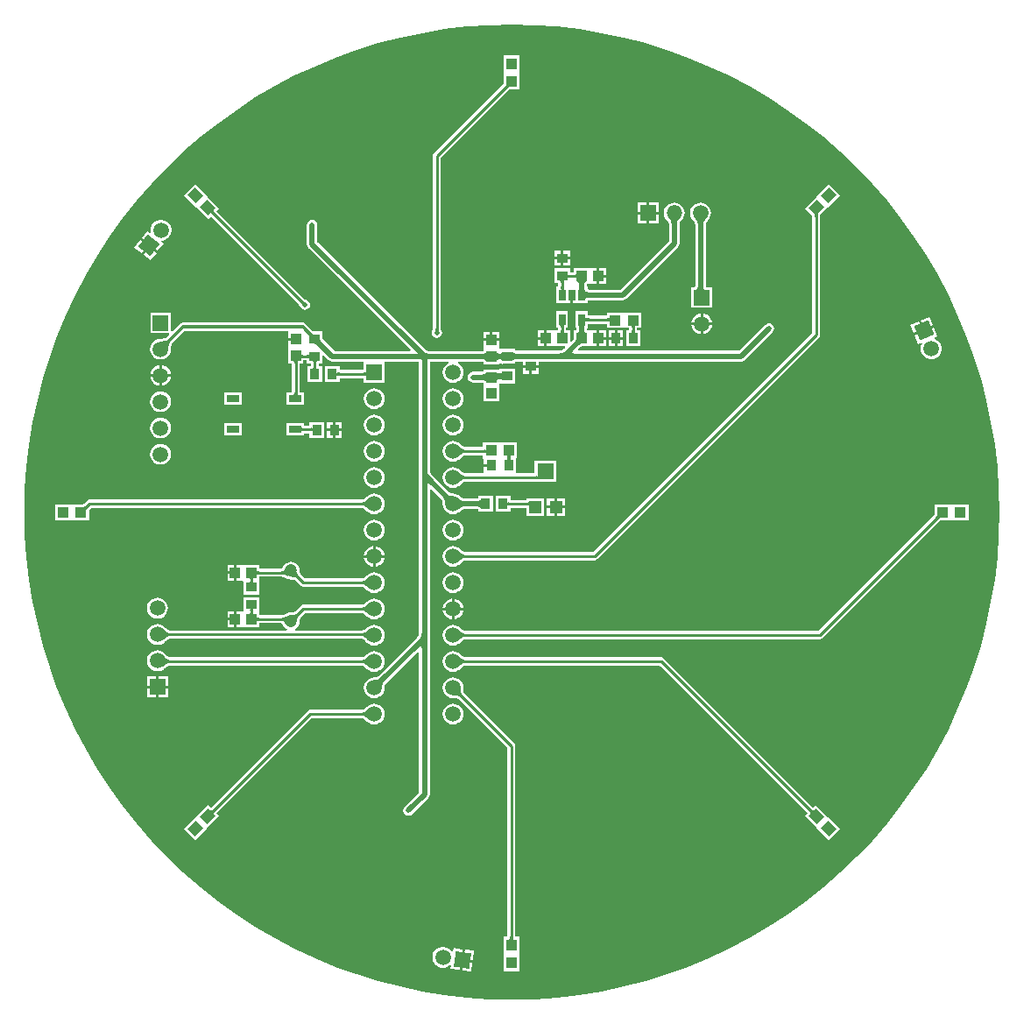
<source format=gtl>
G04 Layer_Physical_Order=1*
G04 Layer_Color=255*
%FSLAX25Y25*%
%MOIN*%
G70*
G01*
G75*
%ADD10R,0.04724X0.04724*%
%ADD11R,0.06299X0.05906*%
%ADD12R,0.03543X0.03937*%
%ADD13R,0.04724X0.02756*%
%ADD14R,0.04331X0.03937*%
%ADD15R,0.03937X0.03543*%
%ADD16R,0.03937X0.03937*%
%ADD17R,0.02559X0.04331*%
%ADD18R,0.03937X0.03937*%
G04:AMPARAMS|DCode=19|XSize=39.37mil|YSize=43.31mil|CornerRadius=0mil|HoleSize=0mil|Usage=FLASHONLY|Rotation=135.000|XOffset=0mil|YOffset=0mil|HoleType=Round|Shape=Rectangle|*
%AMROTATEDRECTD19*
4,1,4,0.02923,0.00139,-0.00139,-0.02923,-0.02923,-0.00139,0.00139,0.02923,0.02923,0.00139,0.0*
%
%ADD19ROTATEDRECTD19*%

%ADD20R,0.03937X0.04331*%
G04:AMPARAMS|DCode=21|XSize=39.37mil|YSize=43.31mil|CornerRadius=0mil|HoleSize=0mil|Usage=FLASHONLY|Rotation=225.000|XOffset=0mil|YOffset=0mil|HoleType=Round|Shape=Rectangle|*
%AMROTATEDRECTD21*
4,1,4,-0.00139,0.02923,0.02923,-0.00139,0.00139,-0.02923,-0.02923,0.00139,-0.00139,0.02923,0.0*
%
%ADD21ROTATEDRECTD21*%

%ADD22R,0.03937X0.03740*%
%ADD23C,0.01969*%
%ADD24C,0.01000*%
%ADD25C,0.01181*%
%ADD26P,0.08352X4X217.5*%
%ADD27C,0.05906*%
%ADD28P,0.08352X4X337.5*%
%ADD29P,0.08352X4X97.5*%
%ADD30R,0.05906X0.05906*%
%ADD31O,0.05945X0.05906*%
%ADD32R,0.05906X0.05906*%
%ADD33C,0.04724*%
%ADD34C,0.03000*%
%ADD35C,0.01969*%
G36*
X8567Y185309D02*
X17117Y184716D01*
X25629Y183728D01*
X34087Y182349D01*
X42472Y180580D01*
X50766Y178426D01*
X58953Y175891D01*
X67013Y172980D01*
X74930Y169701D01*
X82688Y166059D01*
X90269Y162063D01*
X97657Y157721D01*
X104837Y153043D01*
X111793Y148038D01*
X118511Y142717D01*
X124976Y137092D01*
X131174Y131174D01*
X137092Y124976D01*
X142717Y118511D01*
X148038Y111793D01*
X153043Y104837D01*
X157721Y97657D01*
X162063Y90269D01*
X166059Y82688D01*
X169701Y74930D01*
X172980Y67013D01*
X175891Y58953D01*
X178426Y50766D01*
X180580Y42472D01*
X182349Y34087D01*
X183728Y25629D01*
X184716Y17117D01*
X185309Y8567D01*
X185507Y0D01*
X185309Y-8567D01*
X184716Y-17117D01*
X183728Y-25629D01*
X182349Y-34087D01*
X180580Y-42472D01*
X178426Y-50766D01*
X175891Y-58953D01*
X172980Y-67013D01*
X169701Y-74930D01*
X166059Y-82688D01*
X162063Y-90269D01*
X157721Y-97657D01*
X153043Y-104837D01*
X148038Y-111793D01*
X142717Y-118511D01*
X137092Y-124976D01*
X131174Y-131174D01*
X124976Y-137092D01*
X118511Y-142717D01*
X111793Y-148038D01*
X104837Y-153043D01*
X97657Y-157721D01*
X90269Y-162063D01*
X82688Y-166059D01*
X74930Y-169701D01*
X67013Y-172980D01*
X58953Y-175891D01*
X50766Y-178426D01*
X42472Y-180580D01*
X34087Y-182349D01*
X25629Y-183728D01*
X17117Y-184716D01*
X8567Y-185309D01*
X0Y-185507D01*
X-8567Y-185309D01*
X-17117Y-184716D01*
X-25629Y-183728D01*
X-34087Y-182349D01*
X-42472Y-180580D01*
X-50766Y-178426D01*
X-58953Y-175891D01*
X-67013Y-172980D01*
X-74930Y-169701D01*
X-82688Y-166059D01*
X-90269Y-162063D01*
X-97657Y-157721D01*
X-104837Y-153043D01*
X-111793Y-148038D01*
X-118511Y-142717D01*
X-124976Y-137092D01*
X-131174Y-131174D01*
X-137092Y-124976D01*
X-142717Y-118511D01*
X-148038Y-111793D01*
X-153043Y-104837D01*
X-157721Y-97657D01*
X-162063Y-90269D01*
X-166059Y-82688D01*
X-169701Y-74930D01*
X-172980Y-67013D01*
X-175891Y-58953D01*
X-178426Y-50766D01*
X-180580Y-42472D01*
X-182349Y-34087D01*
X-183728Y-25629D01*
X-184716Y-17117D01*
X-185309Y-8567D01*
X-185507Y0D01*
X-185309Y8567D01*
X-184716Y17117D01*
X-183728Y25629D01*
X-182349Y34087D01*
X-180580Y42472D01*
X-178426Y50766D01*
X-175891Y58953D01*
X-172980Y67013D01*
X-169701Y74930D01*
X-166059Y82688D01*
X-162063Y90269D01*
X-157721Y97657D01*
X-153043Y104837D01*
X-148038Y111793D01*
X-142717Y118511D01*
X-137092Y124976D01*
X-131174Y131174D01*
X-124976Y137092D01*
X-118511Y142717D01*
X-111793Y148038D01*
X-104837Y153043D01*
X-97657Y157721D01*
X-90269Y162063D01*
X-82688Y166059D01*
X-74930Y169701D01*
X-67013Y172980D01*
X-58953Y175891D01*
X-50766Y178426D01*
X-42472Y180580D01*
X-34087Y182349D01*
X-25629Y183728D01*
X-17117Y184716D01*
X-8567Y185309D01*
X0Y185507D01*
X8567Y185309D01*
D02*
G37*
%LPC*%
G36*
X-52402Y27176D02*
X-53434Y27040D01*
X-54395Y26642D01*
X-55221Y26008D01*
X-55854Y25182D01*
X-56253Y24221D01*
X-56388Y23189D01*
X-56253Y22157D01*
X-55854Y21196D01*
X-55221Y20370D01*
X-54395Y19736D01*
X-53434Y19338D01*
X-52402Y19202D01*
X-51370Y19338D01*
X-50408Y19736D01*
X-49582Y20370D01*
X-48949Y21196D01*
X-48551Y22157D01*
X-48415Y23189D01*
X-48551Y24221D01*
X-48949Y25182D01*
X-49582Y26008D01*
X-50408Y26642D01*
X-51370Y27040D01*
X-52402Y27176D01*
D02*
G37*
G36*
X-133661Y26034D02*
X-134693Y25898D01*
X-135655Y25500D01*
X-136481Y24866D01*
X-137114Y24041D01*
X-137512Y23079D01*
X-137648Y22047D01*
X-137512Y21015D01*
X-137114Y20054D01*
X-136481Y19228D01*
X-135655Y18595D01*
X-134693Y18196D01*
X-133661Y18060D01*
X-132630Y18196D01*
X-131668Y18595D01*
X-130842Y19228D01*
X-130209Y20054D01*
X-129810Y21015D01*
X-129675Y22047D01*
X-129810Y23079D01*
X-130209Y24041D01*
X-130842Y24866D01*
X-131668Y25500D01*
X-132630Y25898D01*
X-133661Y26034D01*
D02*
G37*
G36*
X-22402Y27176D02*
X-23433Y27040D01*
X-24395Y26642D01*
X-25221Y26008D01*
X-25854Y25182D01*
X-26253Y24221D01*
X-26388Y23189D01*
X-26253Y22157D01*
X-25854Y21196D01*
X-25221Y20370D01*
X-24395Y19736D01*
X-23433Y19338D01*
X-22402Y19202D01*
X-21370Y19338D01*
X-20408Y19736D01*
X-19582Y20370D01*
X-19517Y20455D01*
X-19297Y20672D01*
X-18775Y21128D01*
X-18558Y21290D01*
X-18352Y21425D01*
X-18169Y21527D01*
X-18013Y21598D01*
X-17886Y21641D01*
X-17798Y21660D01*
X-11039D01*
Y20457D01*
X-10999D01*
X-10646Y20103D01*
Y18216D01*
X-7874D01*
Y17217D01*
X-10646D01*
X-10646Y14748D01*
X-11133Y14718D01*
X-17798D01*
X-17886Y14737D01*
X-18013Y14780D01*
X-18170Y14851D01*
X-18352Y14953D01*
X-18558Y15088D01*
X-18775Y15250D01*
X-19297Y15706D01*
X-19517Y15923D01*
X-19582Y16008D01*
X-20408Y16642D01*
X-21370Y17040D01*
X-22402Y17176D01*
X-23433Y17040D01*
X-24395Y16642D01*
X-25221Y16008D01*
X-25854Y15182D01*
X-26253Y14221D01*
X-26388Y13189D01*
X-26253Y12157D01*
X-25854Y11196D01*
X-25221Y10370D01*
X-24395Y9736D01*
X-23433Y9338D01*
X-22402Y9202D01*
X-21370Y9338D01*
X-20408Y9736D01*
X-19582Y10370D01*
X-19517Y10455D01*
X-19297Y10672D01*
X-18775Y11128D01*
X-18558Y11290D01*
X-18352Y11425D01*
X-18169Y11527D01*
X-18013Y11598D01*
X-17886Y11641D01*
X-17798Y11660D01*
X8646D01*
Y11598D01*
X9613D01*
X9650Y11591D01*
X9690Y11598D01*
X16945D01*
Y19504D01*
X8646D01*
Y14718D01*
X2078D01*
X1591Y14748D01*
X1591Y15218D01*
Y20457D01*
X1984D01*
Y26394D01*
X-4209D01*
X-4346Y26394D01*
X-4709D01*
X-4846Y26394D01*
X-11039D01*
Y24718D01*
X-17798D01*
X-17886Y24737D01*
X-18013Y24780D01*
X-18170Y24851D01*
X-18352Y24953D01*
X-18558Y25088D01*
X-18775Y25250D01*
X-19297Y25706D01*
X-19517Y25923D01*
X-19582Y26008D01*
X-20408Y26642D01*
X-21370Y27040D01*
X-22402Y27176D01*
D02*
G37*
G36*
X-133661Y36034D02*
X-134693Y35898D01*
X-135655Y35500D01*
X-136481Y34866D01*
X-137114Y34041D01*
X-137512Y33079D01*
X-137648Y32047D01*
X-137512Y31015D01*
X-137114Y30054D01*
X-136481Y29228D01*
X-135655Y28594D01*
X-134693Y28196D01*
X-133661Y28060D01*
X-132630Y28196D01*
X-131668Y28594D01*
X-130842Y29228D01*
X-130209Y30054D01*
X-129810Y31015D01*
X-129675Y32047D01*
X-129810Y33079D01*
X-130209Y34041D01*
X-130842Y34866D01*
X-131668Y35500D01*
X-132630Y35898D01*
X-133661Y36034D01*
D02*
G37*
G36*
X-102740Y33874D02*
X-109465D01*
Y29118D01*
X-102740D01*
Y33874D01*
D02*
G37*
G36*
X-64748Y30799D02*
X-67020D01*
Y28331D01*
X-64748D01*
Y30799D01*
D02*
G37*
G36*
X-68020D02*
X-70291D01*
Y28331D01*
X-68020D01*
Y30799D01*
D02*
G37*
G36*
X-52402Y17176D02*
X-53434Y17040D01*
X-54395Y16642D01*
X-55221Y16008D01*
X-55854Y15182D01*
X-56253Y14221D01*
X-56388Y13189D01*
X-56253Y12157D01*
X-55854Y11196D01*
X-55221Y10370D01*
X-54395Y9736D01*
X-53434Y9338D01*
X-52402Y9202D01*
X-51370Y9338D01*
X-50408Y9736D01*
X-49582Y10370D01*
X-48949Y11196D01*
X-48551Y12157D01*
X-48415Y13189D01*
X-48551Y14221D01*
X-48949Y15182D01*
X-49582Y16008D01*
X-50408Y16642D01*
X-51370Y17040D01*
X-52402Y17176D01*
D02*
G37*
G36*
X16232Y1469D02*
X13370D01*
Y-1394D01*
X16232D01*
Y1469D01*
D02*
G37*
G36*
X-575Y6118D02*
X-6118D01*
Y181D01*
X-575D01*
Y1620D01*
X5496D01*
Y-1394D01*
X12220D01*
Y5331D01*
X5496D01*
Y4679D01*
X-575D01*
Y6118D01*
D02*
G37*
G36*
X167504Y2968D02*
X167142D01*
X167004Y2968D01*
X160811D01*
Y-969D01*
X160615Y-1199D01*
X116532Y-45282D01*
X-17798D01*
X-17886Y-45263D01*
X-18013Y-45220D01*
X-18170Y-45149D01*
X-18352Y-45047D01*
X-18558Y-44912D01*
X-18775Y-44750D01*
X-19297Y-44294D01*
X-19517Y-44077D01*
X-19582Y-43992D01*
X-20408Y-43358D01*
X-21370Y-42960D01*
X-22402Y-42824D01*
X-23433Y-42960D01*
X-24395Y-43358D01*
X-25221Y-43992D01*
X-25854Y-44818D01*
X-26253Y-45779D01*
X-26388Y-46811D01*
X-26253Y-47843D01*
X-25854Y-48805D01*
X-25221Y-49630D01*
X-24395Y-50264D01*
X-23433Y-50662D01*
X-22402Y-50798D01*
X-21370Y-50662D01*
X-20408Y-50264D01*
X-19582Y-49630D01*
X-19517Y-49545D01*
X-19297Y-49328D01*
X-18775Y-48872D01*
X-18558Y-48710D01*
X-18352Y-48575D01*
X-18169Y-48473D01*
X-18013Y-48402D01*
X-17886Y-48359D01*
X-17798Y-48340D01*
X117165D01*
X117751Y-48224D01*
X118247Y-47892D01*
X162918Y-3221D01*
X163068Y-3082D01*
X163185Y-2989D01*
X163214Y-2968D01*
X167004D01*
X167142Y-2968D01*
X167504D01*
X167642Y-2968D01*
X173835D01*
Y2968D01*
X167642D01*
X167504Y2968D01*
D02*
G37*
G36*
X20095Y1469D02*
X17232D01*
Y-1394D01*
X20095D01*
Y1469D01*
D02*
G37*
G36*
X-52402Y7176D02*
X-53434Y7040D01*
X-54395Y6642D01*
X-55221Y6008D01*
X-55286Y5923D01*
X-55506Y5706D01*
X-56028Y5250D01*
X-56245Y5088D01*
X-56451Y4953D01*
X-56634Y4851D01*
X-56790Y4780D01*
X-56918Y4737D01*
X-57005Y4718D01*
X-160787D01*
X-161373Y4602D01*
X-161869Y4270D01*
X-162918Y3221D01*
X-163068Y3082D01*
X-163185Y2989D01*
X-163214Y2968D01*
X-167004D01*
X-167142Y2968D01*
X-167504D01*
X-167642Y2968D01*
X-173835D01*
Y-2968D01*
X-167642D01*
X-167504Y-2968D01*
X-167142D01*
X-167004Y-2968D01*
X-160811D01*
Y969D01*
X-160615Y1199D01*
X-160154Y1660D01*
X-57005D01*
X-56918Y1641D01*
X-56790Y1598D01*
X-56634Y1527D01*
X-56451Y1425D01*
X-56245Y1290D01*
X-56028Y1128D01*
X-55506Y672D01*
X-55286Y455D01*
X-55221Y370D01*
X-54395Y-264D01*
X-53434Y-662D01*
X-52402Y-798D01*
X-51370Y-662D01*
X-50408Y-264D01*
X-49582Y370D01*
X-48949Y1196D01*
X-48551Y2157D01*
X-48415Y3189D01*
X-48551Y4221D01*
X-48949Y5182D01*
X-49582Y6008D01*
X-50408Y6642D01*
X-51370Y7040D01*
X-52402Y7176D01*
D02*
G37*
G36*
X20095Y5331D02*
X17232D01*
Y2468D01*
X20095D01*
Y5331D01*
D02*
G37*
G36*
X16232D02*
X13370D01*
Y2468D01*
X16232D01*
Y5331D01*
D02*
G37*
G36*
X-52402Y37176D02*
X-53434Y37040D01*
X-54395Y36642D01*
X-55221Y36008D01*
X-55854Y35182D01*
X-56253Y34221D01*
X-56388Y33189D01*
X-56253Y32157D01*
X-55854Y31196D01*
X-55221Y30370D01*
X-54395Y29736D01*
X-53434Y29338D01*
X-52402Y29202D01*
X-51370Y29338D01*
X-50408Y29736D01*
X-49582Y30370D01*
X-48949Y31196D01*
X-48551Y32157D01*
X-48415Y33189D01*
X-48551Y34221D01*
X-48949Y35182D01*
X-49582Y36008D01*
X-50408Y36642D01*
X-51370Y37040D01*
X-52402Y37176D01*
D02*
G37*
G36*
X-134161Y55968D02*
X-134693Y55898D01*
X-135655Y55500D01*
X-136481Y54866D01*
X-137114Y54041D01*
X-137512Y53079D01*
X-137582Y52547D01*
X-134161D01*
Y55968D01*
D02*
G37*
G36*
X-129740Y51547D02*
X-133161D01*
Y48126D01*
X-132630Y48196D01*
X-131668Y48594D01*
X-130842Y49228D01*
X-130209Y50054D01*
X-129810Y51015D01*
X-129740Y51547D01*
D02*
G37*
G36*
X-134161D02*
X-137582D01*
X-137512Y51015D01*
X-137114Y50054D01*
X-136481Y49228D01*
X-135655Y48594D01*
X-134693Y48196D01*
X-134161Y48126D01*
Y51547D01*
D02*
G37*
G36*
X-133161Y55968D02*
Y52547D01*
X-129740D01*
X-129810Y53079D01*
X-130209Y54041D01*
X-130842Y54866D01*
X-131668Y55500D01*
X-132630Y55898D01*
X-133161Y55968D01*
D02*
G37*
G36*
X-3630Y54649D02*
X-3668Y54642D01*
X-4642D01*
Y54642D01*
X-4905Y54347D01*
X-5877D01*
X-5914Y54354D01*
X-5953Y54347D01*
X-9717D01*
X-9723Y54348D01*
X-9743Y54347D01*
X-9792D01*
X-9831Y54354D01*
X-9869Y54347D01*
X-10842D01*
Y53495D01*
X-10862Y53487D01*
X-11009Y53448D01*
X-11218Y53413D01*
X-11360Y53401D01*
X-14764D01*
X-15538Y53247D01*
X-16194Y52808D01*
X-16633Y52152D01*
X-16787Y51378D01*
X-16633Y50604D01*
X-16194Y49947D01*
X-15538Y49509D01*
X-14764Y49355D01*
X-11360D01*
X-11218Y49343D01*
X-11009Y49308D01*
X-10862Y49269D01*
X-10842Y49261D01*
Y48547D01*
X-10842Y48410D01*
Y48047D01*
X-10842Y47909D01*
Y42110D01*
X-4905D01*
Y47909D01*
X-4905Y48047D01*
X-4905Y48511D01*
X-4642Y48902D01*
X-3668D01*
X-3630Y48894D01*
X-3592Y48902D01*
X-3516D01*
X-3510Y48901D01*
X-3508Y48902D01*
X1295D01*
Y54642D01*
X-3508D01*
X-3510Y54642D01*
X-3516Y54642D01*
X-3592D01*
X-3630Y54649D01*
D02*
G37*
G36*
X10153Y55012D02*
X7685D01*
Y52642D01*
X10153D01*
Y55012D01*
D02*
G37*
G36*
X6685D02*
X4216D01*
Y52642D01*
X6685D01*
Y55012D01*
D02*
G37*
G36*
X-102740Y45685D02*
X-109465D01*
Y40929D01*
X-102740D01*
Y45685D01*
D02*
G37*
G36*
X-64748Y34268D02*
X-67020D01*
Y31799D01*
X-64748D01*
Y34268D01*
D02*
G37*
G36*
X-68020D02*
X-70291D01*
Y31799D01*
X-68020D01*
Y34268D01*
D02*
G37*
G36*
X-22402Y37176D02*
X-23433Y37040D01*
X-24395Y36642D01*
X-25221Y36008D01*
X-25854Y35182D01*
X-26253Y34221D01*
X-26388Y33189D01*
X-26253Y32157D01*
X-25854Y31196D01*
X-25221Y30370D01*
X-24395Y29736D01*
X-23433Y29338D01*
X-22402Y29202D01*
X-21370Y29338D01*
X-20408Y29736D01*
X-19582Y30370D01*
X-18949Y31196D01*
X-18551Y32157D01*
X-18415Y33189D01*
X-18551Y34221D01*
X-18949Y35182D01*
X-19582Y36008D01*
X-20408Y36642D01*
X-21370Y37040D01*
X-22402Y37176D01*
D02*
G37*
G36*
X-71441Y34268D02*
X-76984D01*
Y33026D01*
X-79118D01*
Y33874D01*
X-85843D01*
Y29118D01*
X-79118D01*
Y29967D01*
X-76984D01*
Y28331D01*
X-71441D01*
Y34268D01*
D02*
G37*
G36*
X-22402Y47176D02*
X-23433Y47040D01*
X-24395Y46642D01*
X-25221Y46008D01*
X-25854Y45182D01*
X-26253Y44221D01*
X-26388Y43189D01*
X-26253Y42157D01*
X-25854Y41195D01*
X-25221Y40370D01*
X-24395Y39736D01*
X-23433Y39338D01*
X-22402Y39202D01*
X-21370Y39338D01*
X-20408Y39736D01*
X-19582Y40370D01*
X-18949Y41195D01*
X-18551Y42157D01*
X-18415Y43189D01*
X-18551Y44221D01*
X-18949Y45182D01*
X-19582Y46008D01*
X-20408Y46642D01*
X-21370Y47040D01*
X-22402Y47176D01*
D02*
G37*
G36*
X-52402D02*
X-53434Y47040D01*
X-54395Y46642D01*
X-55221Y46008D01*
X-55854Y45182D01*
X-56253Y44221D01*
X-56388Y43189D01*
X-56253Y42157D01*
X-55854Y41195D01*
X-55221Y40370D01*
X-54395Y39736D01*
X-53434Y39338D01*
X-52402Y39202D01*
X-51370Y39338D01*
X-50408Y39736D01*
X-49582Y40370D01*
X-48949Y41195D01*
X-48551Y42157D01*
X-48415Y43189D01*
X-48551Y44221D01*
X-48949Y45182D01*
X-49582Y46008D01*
X-50408Y46642D01*
X-51370Y47040D01*
X-52402Y47176D01*
D02*
G37*
G36*
X-133661Y46034D02*
X-134693Y45898D01*
X-135655Y45500D01*
X-136481Y44866D01*
X-137114Y44041D01*
X-137512Y43079D01*
X-137648Y42047D01*
X-137512Y41015D01*
X-137114Y40054D01*
X-136481Y39228D01*
X-135655Y38594D01*
X-134693Y38196D01*
X-133661Y38060D01*
X-132630Y38196D01*
X-131668Y38594D01*
X-130842Y39228D01*
X-130209Y40054D01*
X-129810Y41015D01*
X-129675Y42047D01*
X-129810Y43079D01*
X-130209Y44041D01*
X-130842Y44866D01*
X-131668Y45500D01*
X-132630Y45898D01*
X-133661Y46034D01*
D02*
G37*
G36*
X-130890Y-62583D02*
X-134343D01*
Y-66035D01*
X-130890D01*
Y-62583D01*
D02*
G37*
G36*
X-135343D02*
X-138795D01*
Y-66035D01*
X-135343D01*
Y-62583D01*
D02*
G37*
G36*
X-130890Y-67035D02*
X-134343D01*
Y-70488D01*
X-130890D01*
Y-67035D01*
D02*
G37*
G36*
X-134843Y-52549D02*
X-135874Y-52684D01*
X-136836Y-53083D01*
X-137662Y-53716D01*
X-138295Y-54542D01*
X-138693Y-55503D01*
X-138829Y-56535D01*
X-138693Y-57567D01*
X-138295Y-58529D01*
X-137662Y-59355D01*
X-136836Y-59988D01*
X-135874Y-60386D01*
X-134843Y-60522D01*
X-133811Y-60386D01*
X-132849Y-59988D01*
X-132374Y-59624D01*
X-132289Y-59578D01*
X-131959Y-59307D01*
X-131668Y-59083D01*
X-131117Y-58706D01*
X-130896Y-58577D01*
X-130692Y-58474D01*
X-130519Y-58402D01*
X-130381Y-58358D01*
X-130295Y-58340D01*
X-57005D01*
X-56918Y-58359D01*
X-56790Y-58402D01*
X-56634Y-58473D01*
X-56451Y-58575D01*
X-56245Y-58710D01*
X-56028Y-58872D01*
X-55506Y-59328D01*
X-55286Y-59545D01*
X-55221Y-59630D01*
X-54395Y-60264D01*
X-53434Y-60662D01*
X-52402Y-60798D01*
X-51370Y-60662D01*
X-50408Y-60264D01*
X-49582Y-59630D01*
X-48949Y-58804D01*
X-48551Y-57843D01*
X-48415Y-56811D01*
X-48551Y-55779D01*
X-48949Y-54818D01*
X-49582Y-53992D01*
X-50408Y-53358D01*
X-51370Y-52960D01*
X-52402Y-52824D01*
X-53434Y-52960D01*
X-54395Y-53358D01*
X-55221Y-53992D01*
X-55286Y-54077D01*
X-55506Y-54294D01*
X-56028Y-54750D01*
X-56245Y-54912D01*
X-56451Y-55047D01*
X-56634Y-55149D01*
X-56790Y-55220D01*
X-56918Y-55263D01*
X-57005Y-55282D01*
X-130208D01*
X-130294Y-55263D01*
X-130410Y-55222D01*
X-130549Y-55154D01*
X-130710Y-55055D01*
X-130891Y-54922D01*
X-131077Y-54763D01*
X-131533Y-54298D01*
X-131772Y-54015D01*
X-131828Y-53971D01*
X-132023Y-53716D01*
X-132849Y-53083D01*
X-133811Y-52684D01*
X-134843Y-52549D01*
D02*
G37*
G36*
X-22902Y-37311D02*
X-26323D01*
X-26253Y-37843D01*
X-25854Y-38805D01*
X-25221Y-39630D01*
X-24395Y-40264D01*
X-23433Y-40662D01*
X-22902Y-40732D01*
Y-37311D01*
D02*
G37*
G36*
X-96244Y-32465D02*
X-102181D01*
Y-37348D01*
X-102347Y-37780D01*
X-102681Y-37780D01*
X-104815D01*
Y-40748D01*
Y-43716D01*
X-102484D01*
X-102347Y-43716D01*
X-101984D01*
X-101847Y-43716D01*
X-96047D01*
Y-42277D01*
X-87738D01*
X-87699Y-42285D01*
X-87647Y-42303D01*
X-87592Y-42331D01*
X-87529Y-42375D01*
X-87456Y-42439D01*
X-87375Y-42528D01*
X-87285Y-42647D01*
X-87191Y-42796D01*
X-87080Y-43007D01*
X-87056Y-43036D01*
X-86992Y-43192D01*
X-86453Y-43894D01*
X-85751Y-44433D01*
X-85574Y-44506D01*
X-85674Y-45006D01*
X-130239D01*
X-130326Y-44987D01*
X-130454Y-44945D01*
X-130611Y-44874D01*
X-130793Y-44772D01*
X-130999Y-44636D01*
X-131216Y-44474D01*
X-131738Y-44018D01*
X-131958Y-43802D01*
X-132023Y-43716D01*
X-132849Y-43083D01*
X-133811Y-42684D01*
X-134843Y-42549D01*
X-135874Y-42684D01*
X-136836Y-43083D01*
X-137662Y-43716D01*
X-138295Y-44542D01*
X-138693Y-45504D01*
X-138829Y-46535D01*
X-138693Y-47567D01*
X-138295Y-48529D01*
X-137662Y-49355D01*
X-136836Y-49988D01*
X-135874Y-50386D01*
X-134843Y-50522D01*
X-133811Y-50386D01*
X-132849Y-49988D01*
X-132023Y-49355D01*
X-131958Y-49269D01*
X-131738Y-49053D01*
X-131216Y-48597D01*
X-130999Y-48435D01*
X-130793Y-48299D01*
X-130611Y-48197D01*
X-130454Y-48126D01*
X-130326Y-48083D01*
X-130239Y-48065D01*
X-57036D01*
X-56950Y-48083D01*
X-56834Y-48125D01*
X-56695Y-48192D01*
X-56534Y-48291D01*
X-56353Y-48424D01*
X-56167Y-48583D01*
X-55712Y-49048D01*
X-55472Y-49331D01*
X-55416Y-49376D01*
X-55221Y-49630D01*
X-54395Y-50264D01*
X-53434Y-50662D01*
X-52402Y-50798D01*
X-51370Y-50662D01*
X-50408Y-50264D01*
X-49582Y-49630D01*
X-48949Y-48805D01*
X-48551Y-47843D01*
X-48415Y-46811D01*
X-48551Y-45779D01*
X-48949Y-44818D01*
X-49582Y-43992D01*
X-50408Y-43358D01*
X-51370Y-42960D01*
X-52402Y-42824D01*
X-53434Y-42960D01*
X-54395Y-43358D01*
X-54870Y-43723D01*
X-54956Y-43769D01*
X-55285Y-44040D01*
X-55576Y-44263D01*
X-56127Y-44641D01*
X-56348Y-44769D01*
X-56552Y-44872D01*
X-56725Y-44944D01*
X-56863Y-44988D01*
X-56949Y-45006D01*
X-82437D01*
X-82536Y-44506D01*
X-82359Y-44433D01*
X-81657Y-43894D01*
X-81118Y-43192D01*
X-80779Y-42374D01*
X-80664Y-41496D01*
X-80672Y-41437D01*
X-80655Y-40937D01*
X-80633Y-40730D01*
X-80601Y-40539D01*
X-80562Y-40374D01*
X-80518Y-40238D01*
X-80472Y-40128D01*
X-80427Y-40044D01*
X-80397Y-40001D01*
X-78737Y-38340D01*
X-57005D01*
X-56918Y-38359D01*
X-56790Y-38402D01*
X-56634Y-38473D01*
X-56451Y-38575D01*
X-56245Y-38710D01*
X-56028Y-38872D01*
X-55506Y-39328D01*
X-55286Y-39545D01*
X-55221Y-39630D01*
X-54395Y-40264D01*
X-53434Y-40662D01*
X-52402Y-40798D01*
X-51370Y-40662D01*
X-50408Y-40264D01*
X-49582Y-39630D01*
X-48949Y-38805D01*
X-48551Y-37843D01*
X-48415Y-36811D01*
X-48551Y-35779D01*
X-48949Y-34818D01*
X-49582Y-33992D01*
X-50408Y-33358D01*
X-51370Y-32960D01*
X-52402Y-32824D01*
X-53434Y-32960D01*
X-54395Y-33358D01*
X-55221Y-33992D01*
X-55286Y-34077D01*
X-55506Y-34294D01*
X-56028Y-34750D01*
X-56245Y-34912D01*
X-56451Y-35047D01*
X-56634Y-35149D01*
X-56790Y-35220D01*
X-56918Y-35263D01*
X-57005Y-35282D01*
X-79370D01*
X-79955Y-35398D01*
X-80452Y-35730D01*
X-82560Y-37838D01*
X-82603Y-37868D01*
X-82687Y-37913D01*
X-82797Y-37959D01*
X-82933Y-38003D01*
X-83098Y-38042D01*
X-83276Y-38072D01*
X-83765Y-38111D01*
X-83987Y-38114D01*
X-84055Y-38105D01*
X-84933Y-38220D01*
X-85508Y-38459D01*
X-85580Y-38478D01*
X-85722Y-38548D01*
X-85751Y-38559D01*
X-85759Y-38565D01*
X-86188Y-38776D01*
X-86687Y-38993D01*
X-87095Y-39142D01*
X-87240Y-39184D01*
X-87361Y-39212D01*
X-87403Y-39219D01*
X-96047D01*
Y-37780D01*
X-96244D01*
Y-32465D01*
D02*
G37*
G36*
X-105815Y-41248D02*
X-108283D01*
Y-43716D01*
X-105815D01*
Y-41248D01*
D02*
G37*
G36*
X-135343Y-67035D02*
X-138795D01*
Y-70488D01*
X-135343D01*
Y-67035D01*
D02*
G37*
G36*
X-25749Y-165407D02*
X-26790D01*
X-27795Y-165677D01*
X-28696Y-166197D01*
X-29432Y-166933D01*
X-29953Y-167834D01*
X-30222Y-168840D01*
Y-169880D01*
X-29953Y-170886D01*
X-29432Y-171787D01*
X-28696Y-172523D01*
X-27795Y-173043D01*
X-26790Y-173313D01*
X-25749D01*
X-24744Y-173043D01*
X-23842Y-172523D01*
X-23600Y-172281D01*
X-23127Y-172514D01*
X-23288Y-173739D01*
X-19865Y-174190D01*
X-19349Y-170271D01*
X-18833Y-166352D01*
X-22256Y-165902D01*
X-22417Y-167127D01*
X-22935Y-167229D01*
X-23106Y-166933D01*
X-23842Y-166197D01*
X-24744Y-165677D01*
X-25749Y-165407D01*
D02*
G37*
G36*
X-22402Y-62824D02*
X-23433Y-62960D01*
X-24395Y-63358D01*
X-25221Y-63992D01*
X-25854Y-64818D01*
X-26253Y-65779D01*
X-26388Y-66811D01*
X-26253Y-67843D01*
X-25854Y-68804D01*
X-25221Y-69630D01*
X-24395Y-70264D01*
X-23433Y-70662D01*
X-22402Y-70798D01*
X-22295Y-70784D01*
X-21986Y-70786D01*
X-21294Y-70833D01*
X-21027Y-70872D01*
X-20786Y-70922D01*
X-20584Y-70978D01*
X-20423Y-71039D01*
X-20303Y-71099D01*
X-20228Y-71148D01*
X-1726Y-89649D01*
Y-161598D01*
X-3165D01*
Y-167791D01*
X-3165Y-167929D01*
Y-168291D01*
X-3165Y-168429D01*
Y-174622D01*
X2772D01*
Y-168429D01*
X2772Y-168291D01*
Y-167929D01*
X2772Y-167791D01*
Y-161598D01*
X1333D01*
Y-89016D01*
X1216Y-88431D01*
X885Y-87934D01*
X-18065Y-68985D01*
X-18114Y-68910D01*
X-18173Y-68789D01*
X-18234Y-68628D01*
X-18291Y-68427D01*
X-18341Y-68186D01*
X-18380Y-67918D01*
X-18427Y-67226D01*
X-18429Y-66918D01*
X-18415Y-66811D01*
X-18551Y-65779D01*
X-18949Y-64818D01*
X-19582Y-63992D01*
X-20408Y-63358D01*
X-21370Y-62960D01*
X-22402Y-62824D01*
D02*
G37*
G36*
X-18422Y-170897D02*
X-18873Y-174321D01*
X-15450Y-174771D01*
X-14999Y-171348D01*
X-18422Y-170897D01*
D02*
G37*
G36*
X-17841Y-166483D02*
X-18292Y-169906D01*
X-14869Y-170357D01*
X-14418Y-166933D01*
X-17841Y-166483D01*
D02*
G37*
G36*
X-22402Y-72824D02*
X-23433Y-72960D01*
X-24395Y-73358D01*
X-25221Y-73992D01*
X-25854Y-74818D01*
X-26253Y-75779D01*
X-26388Y-76811D01*
X-26253Y-77843D01*
X-25854Y-78804D01*
X-25221Y-79630D01*
X-24395Y-80264D01*
X-23433Y-80662D01*
X-22402Y-80798D01*
X-21370Y-80662D01*
X-20408Y-80264D01*
X-19582Y-79630D01*
X-18949Y-78804D01*
X-18551Y-77843D01*
X-18415Y-76811D01*
X-18551Y-75779D01*
X-18949Y-74818D01*
X-19582Y-73992D01*
X-20408Y-73358D01*
X-21370Y-72960D01*
X-22402Y-72824D01*
D02*
G37*
G36*
X-52402D02*
X-53434Y-72960D01*
X-54395Y-73358D01*
X-55221Y-73992D01*
X-55286Y-74077D01*
X-55506Y-74294D01*
X-56028Y-74750D01*
X-56245Y-74912D01*
X-56451Y-75047D01*
X-56634Y-75149D01*
X-56790Y-75220D01*
X-56918Y-75263D01*
X-57005Y-75282D01*
X-76811D01*
X-77396Y-75398D01*
X-77893Y-75730D01*
X-114587Y-112424D01*
X-115605Y-111407D01*
X-119984Y-115786D01*
X-120209Y-116011D01*
X-120435Y-116237D01*
X-124814Y-120616D01*
X-120616Y-124814D01*
X-116237Y-120435D01*
X-116011Y-120209D01*
X-115786Y-119984D01*
X-111407Y-115605D01*
X-112424Y-114587D01*
X-76178Y-78340D01*
X-57005D01*
X-56918Y-78359D01*
X-56790Y-78402D01*
X-56634Y-78473D01*
X-56451Y-78575D01*
X-56245Y-78710D01*
X-56028Y-78872D01*
X-55506Y-79328D01*
X-55286Y-79545D01*
X-55221Y-79630D01*
X-54395Y-80264D01*
X-53434Y-80662D01*
X-52402Y-80798D01*
X-51370Y-80662D01*
X-50408Y-80264D01*
X-49582Y-79630D01*
X-48949Y-78804D01*
X-48551Y-77843D01*
X-48415Y-76811D01*
X-48551Y-75779D01*
X-48949Y-74818D01*
X-49582Y-73992D01*
X-50408Y-73358D01*
X-51370Y-72960D01*
X-52402Y-72824D01*
D02*
G37*
G36*
X-22402Y-52824D02*
X-23433Y-52960D01*
X-24395Y-53358D01*
X-25221Y-53992D01*
X-25854Y-54818D01*
X-26253Y-55779D01*
X-26388Y-56811D01*
X-26253Y-57843D01*
X-25854Y-58804D01*
X-25221Y-59630D01*
X-24395Y-60264D01*
X-23433Y-60662D01*
X-22402Y-60798D01*
X-21370Y-60662D01*
X-20408Y-60264D01*
X-19582Y-59630D01*
X-19517Y-59545D01*
X-19297Y-59328D01*
X-18775Y-58872D01*
X-18558Y-58710D01*
X-18352Y-58575D01*
X-18169Y-58473D01*
X-18013Y-58402D01*
X-17886Y-58359D01*
X-17798Y-58340D01*
X56178D01*
X112424Y-114587D01*
X111407Y-115605D01*
X115786Y-119984D01*
X116011Y-120209D01*
X116237Y-120435D01*
X120616Y-124814D01*
X124814Y-120616D01*
X120435Y-116237D01*
X120209Y-116011D01*
X119984Y-115786D01*
X115605Y-111407D01*
X114587Y-112424D01*
X57893Y-55730D01*
X57396Y-55398D01*
X56811Y-55282D01*
X-17798D01*
X-17886Y-55263D01*
X-18013Y-55220D01*
X-18170Y-55149D01*
X-18352Y-55047D01*
X-18558Y-54912D01*
X-18775Y-54750D01*
X-19297Y-54294D01*
X-19517Y-54077D01*
X-19582Y-53992D01*
X-20408Y-53358D01*
X-21370Y-52960D01*
X-22402Y-52824D01*
D02*
G37*
G36*
X-18481Y-37311D02*
X-21902D01*
Y-40732D01*
X-21370Y-40662D01*
X-20408Y-40264D01*
X-19582Y-39630D01*
X-18949Y-38805D01*
X-18551Y-37843D01*
X-18481Y-37311D01*
D02*
G37*
G36*
X-52902Y-12890D02*
X-53434Y-12960D01*
X-54395Y-13358D01*
X-55221Y-13992D01*
X-55854Y-14818D01*
X-56253Y-15779D01*
X-56323Y-16311D01*
X-52902D01*
Y-12890D01*
D02*
G37*
G36*
X-48480Y-17311D02*
X-51902D01*
Y-20732D01*
X-51370Y-20662D01*
X-50408Y-20264D01*
X-49582Y-19630D01*
X-48949Y-18804D01*
X-48551Y-17843D01*
X-48480Y-17311D01*
D02*
G37*
G36*
X-52902D02*
X-56323D01*
X-56253Y-17843D01*
X-55854Y-18804D01*
X-55221Y-19630D01*
X-54395Y-20264D01*
X-53434Y-20662D01*
X-52902Y-20732D01*
Y-17311D01*
D02*
G37*
G36*
X-51902Y-12890D02*
Y-16311D01*
X-48480D01*
X-48551Y-15779D01*
X-48949Y-14818D01*
X-49582Y-13992D01*
X-50408Y-13358D01*
X-51370Y-12960D01*
X-51902Y-12890D01*
D02*
G37*
G36*
X-22402Y-2824D02*
X-23433Y-2960D01*
X-24395Y-3358D01*
X-25221Y-3992D01*
X-25854Y-4818D01*
X-26253Y-5779D01*
X-26388Y-6811D01*
X-26253Y-7843D01*
X-25854Y-8804D01*
X-25221Y-9630D01*
X-24395Y-10264D01*
X-23433Y-10662D01*
X-22402Y-10798D01*
X-21370Y-10662D01*
X-20408Y-10264D01*
X-19582Y-9630D01*
X-18949Y-8804D01*
X-18551Y-7843D01*
X-18415Y-6811D01*
X-18551Y-5779D01*
X-18949Y-4818D01*
X-19582Y-3992D01*
X-20408Y-3358D01*
X-21370Y-2960D01*
X-22402Y-2824D01*
D02*
G37*
G36*
X-52402D02*
X-53434Y-2960D01*
X-54395Y-3358D01*
X-55221Y-3992D01*
X-55854Y-4818D01*
X-56253Y-5779D01*
X-56388Y-6811D01*
X-56253Y-7843D01*
X-55854Y-8804D01*
X-55221Y-9630D01*
X-54395Y-10264D01*
X-53434Y-10662D01*
X-52402Y-10798D01*
X-51370Y-10662D01*
X-50408Y-10264D01*
X-49582Y-9630D01*
X-48949Y-8804D01*
X-48551Y-7843D01*
X-48415Y-6811D01*
X-48551Y-5779D01*
X-48949Y-4818D01*
X-49582Y-3992D01*
X-50408Y-3358D01*
X-51370Y-2960D01*
X-52402Y-2824D01*
D02*
G37*
G36*
X120616Y124814D02*
X116237Y120435D01*
X116011Y120209D01*
X115786Y119984D01*
X111407Y115605D01*
X114191Y112821D01*
X114215Y112520D01*
Y68149D01*
X30784Y-15282D01*
X-17798D01*
X-17886Y-15263D01*
X-18013Y-15220D01*
X-18170Y-15149D01*
X-18352Y-15047D01*
X-18558Y-14912D01*
X-18775Y-14750D01*
X-19297Y-14294D01*
X-19517Y-14077D01*
X-19582Y-13992D01*
X-20408Y-13358D01*
X-21370Y-12960D01*
X-22402Y-12824D01*
X-23433Y-12960D01*
X-24395Y-13358D01*
X-25221Y-13992D01*
X-25854Y-14818D01*
X-26253Y-15779D01*
X-26388Y-16811D01*
X-26253Y-17843D01*
X-25854Y-18804D01*
X-25221Y-19630D01*
X-24395Y-20264D01*
X-23433Y-20662D01*
X-22402Y-20798D01*
X-21370Y-20662D01*
X-20408Y-20264D01*
X-19582Y-19630D01*
X-19517Y-19545D01*
X-19297Y-19328D01*
X-18775Y-18872D01*
X-18558Y-18710D01*
X-18352Y-18575D01*
X-18169Y-18473D01*
X-18013Y-18402D01*
X-17886Y-18359D01*
X-17798Y-18340D01*
X31417D01*
X32003Y-18224D01*
X32499Y-17892D01*
X116825Y66434D01*
X117157Y66930D01*
X117273Y67516D01*
Y112718D01*
X117281Y112922D01*
X117298Y113071D01*
X117304Y113106D01*
X119984Y115786D01*
X120209Y116011D01*
X120435Y116237D01*
X124814Y120616D01*
X120616Y124814D01*
D02*
G37*
G36*
X-84055Y-18892D02*
X-84933Y-19008D01*
X-85751Y-19347D01*
X-86453Y-19885D01*
X-86992Y-20588D01*
X-87056Y-20743D01*
X-87080Y-20773D01*
X-87191Y-20983D01*
X-87285Y-21133D01*
X-87375Y-21251D01*
X-87457Y-21341D01*
X-87529Y-21405D01*
X-87592Y-21448D01*
X-87647Y-21476D01*
X-87699Y-21494D01*
X-87738Y-21502D01*
X-96047D01*
Y-20063D01*
X-101847D01*
X-101984Y-20063D01*
X-102347D01*
X-102484Y-20063D01*
X-104815D01*
Y-23031D01*
Y-26000D01*
X-102681D01*
X-102347Y-26000D01*
X-102181Y-26432D01*
Y-31315D01*
X-96244D01*
Y-26000D01*
X-96047D01*
Y-24561D01*
X-87403D01*
X-87376Y-24565D01*
X-87073Y-24645D01*
X-86922Y-24696D01*
X-85888Y-25147D01*
X-85766Y-25209D01*
X-85751Y-25220D01*
X-85704Y-25240D01*
X-85589Y-25298D01*
X-85588Y-25298D01*
X-85587Y-25298D01*
X-85515Y-25318D01*
X-84933Y-25559D01*
X-84055Y-25675D01*
X-83996Y-25667D01*
X-83496Y-25683D01*
X-83289Y-25706D01*
X-83098Y-25738D01*
X-82933Y-25777D01*
X-82797Y-25821D01*
X-82687Y-25867D01*
X-82603Y-25912D01*
X-82560Y-25942D01*
X-80609Y-27893D01*
X-80113Y-28224D01*
X-79528Y-28340D01*
X-57005D01*
X-56918Y-28359D01*
X-56790Y-28402D01*
X-56634Y-28473D01*
X-56451Y-28575D01*
X-56245Y-28710D01*
X-56028Y-28872D01*
X-55506Y-29328D01*
X-55286Y-29545D01*
X-55221Y-29630D01*
X-54395Y-30264D01*
X-53434Y-30662D01*
X-52402Y-30798D01*
X-51370Y-30662D01*
X-50408Y-30264D01*
X-49582Y-29630D01*
X-48949Y-28804D01*
X-48551Y-27843D01*
X-48415Y-26811D01*
X-48551Y-25779D01*
X-48949Y-24818D01*
X-49582Y-23992D01*
X-50408Y-23358D01*
X-51370Y-22960D01*
X-52402Y-22824D01*
X-53434Y-22960D01*
X-54395Y-23358D01*
X-55221Y-23992D01*
X-55286Y-24077D01*
X-55506Y-24294D01*
X-56028Y-24750D01*
X-56245Y-24912D01*
X-56451Y-25047D01*
X-56634Y-25149D01*
X-56790Y-25220D01*
X-56918Y-25263D01*
X-57005Y-25282D01*
X-78894D01*
X-80397Y-23779D01*
X-80427Y-23736D01*
X-80472Y-23652D01*
X-80518Y-23542D01*
X-80562Y-23405D01*
X-80601Y-23241D01*
X-80631Y-23063D01*
X-80670Y-22574D01*
X-80673Y-22352D01*
X-80664Y-22284D01*
X-80779Y-21406D01*
X-81118Y-20588D01*
X-81657Y-19885D01*
X-82359Y-19347D01*
X-83177Y-19008D01*
X-84055Y-18892D01*
D02*
G37*
G36*
X-22902Y-32890D02*
X-23433Y-32960D01*
X-24395Y-33358D01*
X-25221Y-33992D01*
X-25854Y-34818D01*
X-26253Y-35779D01*
X-26323Y-36311D01*
X-22902D01*
Y-32890D01*
D02*
G37*
G36*
X-105815Y-37780D02*
X-108283D01*
Y-40248D01*
X-105815D01*
Y-37780D01*
D02*
G37*
G36*
X-134843Y-32549D02*
X-135874Y-32684D01*
X-136836Y-33083D01*
X-137662Y-33716D01*
X-138295Y-34542D01*
X-138693Y-35504D01*
X-138829Y-36535D01*
X-138693Y-37567D01*
X-138295Y-38529D01*
X-137662Y-39355D01*
X-136836Y-39988D01*
X-135874Y-40386D01*
X-134843Y-40522D01*
X-133811Y-40386D01*
X-132849Y-39988D01*
X-132023Y-39355D01*
X-131390Y-38529D01*
X-130991Y-37567D01*
X-130856Y-36535D01*
X-130991Y-35504D01*
X-131390Y-34542D01*
X-132023Y-33716D01*
X-132849Y-33083D01*
X-133811Y-32684D01*
X-134843Y-32549D01*
D02*
G37*
G36*
X-21902Y-32890D02*
Y-36311D01*
X-18481D01*
X-18551Y-35779D01*
X-18949Y-34818D01*
X-19582Y-33992D01*
X-20408Y-33358D01*
X-21370Y-32960D01*
X-21902Y-32890D01*
D02*
G37*
G36*
X-105815Y-20063D02*
X-108283D01*
Y-22532D01*
X-105815D01*
Y-20063D01*
D02*
G37*
G36*
Y-23531D02*
X-108283D01*
Y-26000D01*
X-105815D01*
Y-23531D01*
D02*
G37*
G36*
X-22402Y-22824D02*
X-23433Y-22960D01*
X-24395Y-23358D01*
X-25221Y-23992D01*
X-25854Y-24818D01*
X-26253Y-25779D01*
X-26388Y-26811D01*
X-26253Y-27843D01*
X-25854Y-28804D01*
X-25221Y-29630D01*
X-24395Y-30264D01*
X-23433Y-30662D01*
X-22402Y-30798D01*
X-21370Y-30662D01*
X-20408Y-30264D01*
X-19582Y-29630D01*
X-18949Y-28804D01*
X-18551Y-27843D01*
X-18415Y-26811D01*
X-18551Y-25779D01*
X-18949Y-24818D01*
X-19582Y-23992D01*
X-20408Y-23358D01*
X-21370Y-22960D01*
X-22402Y-22824D01*
D02*
G37*
G36*
X39067Y69110D02*
X36795D01*
Y66642D01*
X39067D01*
Y69110D01*
D02*
G37*
G36*
X33374D02*
Y66642D01*
X35842D01*
Y69110D01*
X33374D01*
D02*
G37*
G36*
X42339D02*
X40067D01*
Y66642D01*
X42339D01*
Y69110D01*
D02*
G37*
G36*
X76165Y71193D02*
X72744D01*
Y67772D01*
X73276Y67842D01*
X74238Y68240D01*
X75063Y68874D01*
X75697Y69700D01*
X76095Y70661D01*
X76165Y71193D01*
D02*
G37*
G36*
X71744D02*
X68323D01*
X68393Y70661D01*
X68791Y69700D01*
X69425Y68874D01*
X70251Y68240D01*
X71212Y67842D01*
X71744Y67772D01*
Y71193D01*
D02*
G37*
G36*
X12295Y69110D02*
X9827D01*
Y66642D01*
X12295D01*
Y69110D01*
D02*
G37*
G36*
X42339Y65642D02*
X40067D01*
Y63173D01*
X42339D01*
Y65642D01*
D02*
G37*
G36*
X39067D02*
X36795D01*
Y63173D01*
X39067D01*
Y65642D01*
D02*
G37*
G36*
X-8374Y68520D02*
X-10842D01*
Y66051D01*
X-8374D01*
Y68520D01*
D02*
G37*
G36*
X2968Y173835D02*
X-2968D01*
Y167642D01*
X-2968Y167504D01*
Y167142D01*
X-2968Y167004D01*
Y163214D01*
X-2981Y163196D01*
X-3187Y162952D01*
X-29625Y136514D01*
X-29956Y136018D01*
X-30073Y135433D01*
Y69590D01*
X-30412Y69081D01*
X-30566Y68307D01*
X-30412Y67533D01*
X-29974Y66877D01*
X-29318Y66438D01*
X-28543Y66284D01*
X-27769Y66438D01*
X-27113Y66877D01*
X-26674Y67533D01*
X-26520Y68307D01*
X-26674Y69081D01*
X-27014Y69590D01*
Y134800D01*
X-1239Y160575D01*
X-1071Y160732D01*
X-972Y160811D01*
X2968D01*
Y167004D01*
X2968Y167142D01*
Y167504D01*
X2968Y167642D01*
Y173835D01*
D02*
G37*
G36*
X-4905Y68520D02*
X-7374D01*
Y66051D01*
X-4905D01*
Y68520D01*
D02*
G37*
G36*
X154759Y72575D02*
X151569Y71254D01*
X152890Y68064D01*
X156080Y69385D01*
X154759Y72575D01*
D02*
G37*
G36*
X71744Y75614D02*
X71212Y75544D01*
X70251Y75146D01*
X69425Y74512D01*
X68791Y73686D01*
X68393Y72725D01*
X68323Y72193D01*
X71744D01*
Y75614D01*
D02*
G37*
G36*
X158873Y74279D02*
X155683Y72958D01*
X157004Y69768D01*
X160194Y71089D01*
X158873Y74279D01*
D02*
G37*
G36*
X72744Y75614D02*
Y72193D01*
X76165D01*
X76095Y72725D01*
X75697Y73686D01*
X75063Y74512D01*
X74238Y75146D01*
X73276Y75544D01*
X72744Y75614D01*
D02*
G37*
G36*
X71772Y117766D02*
X70740Y117631D01*
X69778Y117232D01*
X68953Y116599D01*
X68319Y115773D01*
X67921Y114811D01*
X67785Y113779D01*
X67921Y112748D01*
X68319Y111786D01*
X68953Y110960D01*
X69030Y110901D01*
X69148Y110777D01*
X69286Y110612D01*
X69403Y110447D01*
X69502Y110282D01*
X69583Y110116D01*
X69649Y109948D01*
X69700Y109777D01*
X69737Y109600D01*
X69749Y109506D01*
Y86163D01*
X69736Y86017D01*
X69701Y85808D01*
X69661Y85660D01*
X69656Y85646D01*
X68291D01*
Y77740D01*
X76197D01*
Y85646D01*
X73888D01*
X73882Y85660D01*
X73842Y85808D01*
X73808Y86017D01*
X73795Y86163D01*
Y109506D01*
X73806Y109600D01*
X73843Y109777D01*
X73894Y109948D01*
X73960Y110116D01*
X74042Y110282D01*
X74141Y110447D01*
X74258Y110612D01*
X74395Y110777D01*
X74513Y110901D01*
X74591Y110960D01*
X75224Y111786D01*
X75623Y112748D01*
X75758Y113779D01*
X75623Y114811D01*
X75224Y115773D01*
X74591Y116599D01*
X73765Y117232D01*
X72803Y117631D01*
X71772Y117766D01*
D02*
G37*
G36*
X-120616Y124814D02*
X-124814Y120616D01*
X-120435Y116237D01*
X-120209Y116011D01*
X-119984Y115786D01*
X-115605Y111407D01*
X-114587Y112424D01*
X-80725Y78562D01*
X-80691Y78522D01*
X-80682Y78509D01*
X-80680Y78505D01*
X-80675Y78495D01*
X-80609Y78163D01*
X-80171Y77506D01*
X-79514Y77068D01*
X-78740Y76914D01*
X-77966Y77068D01*
X-77310Y77506D01*
X-76871Y78163D01*
X-76717Y78937D01*
X-76871Y79711D01*
X-77310Y80368D01*
X-77966Y80806D01*
X-78740Y80960D01*
X-78788Y80951D01*
X-112424Y114587D01*
X-111407Y115605D01*
X-115786Y119984D01*
X-115883Y120081D01*
X-116139Y120337D01*
X-116237Y120435D01*
X-120616Y124814D01*
D02*
G37*
G36*
X61791Y117766D02*
X61752D01*
X60720Y117631D01*
X59759Y117232D01*
X58933Y116599D01*
X58299Y115773D01*
X57901Y114811D01*
X57765Y113779D01*
X57901Y112748D01*
X58299Y111786D01*
X58933Y110960D01*
X59640Y110418D01*
X59643Y110409D01*
X59690Y110181D01*
X59749Y109566D01*
Y103161D01*
X41288Y84700D01*
X29372D01*
X29346Y84702D01*
X29250Y84728D01*
X28861Y84873D01*
X28854Y84901D01*
Y85843D01*
X28753D01*
X28603Y86336D01*
X28610Y86420D01*
X28645Y86628D01*
X28684Y86775D01*
X28692Y86795D01*
X29406D01*
X29543Y86795D01*
X29906D01*
X30043Y86795D01*
X32374D01*
Y89764D01*
Y92732D01*
X30043D01*
X29906Y92732D01*
X29543D01*
X29406Y92732D01*
X23606D01*
Y91293D01*
X22063D01*
Y92732D01*
X16126D01*
Y87189D01*
X17565D01*
Y85843D01*
X16815D01*
Y79512D01*
X22335D01*
Y82677D01*
X23335D01*
Y79512D01*
X24295D01*
Y79512D01*
X28854D01*
Y80561D01*
X28868Y80567D01*
X29016Y80607D01*
X29226Y80641D01*
X29372Y80654D01*
X42126D01*
X42900Y80808D01*
X43556Y81247D01*
X63202Y100892D01*
X63641Y101549D01*
X63795Y102323D01*
Y109622D01*
X63810Y109851D01*
X63850Y110165D01*
X63901Y110409D01*
X63903Y110418D01*
X64610Y110960D01*
X65244Y111786D01*
X65642Y112748D01*
X65778Y113779D01*
X65642Y114811D01*
X65244Y115773D01*
X64610Y116599D01*
X63785Y117232D01*
X62823Y117631D01*
X61791Y117766D01*
D02*
G37*
G36*
X22063Y96153D02*
X19594D01*
Y93882D01*
X22063D01*
Y96153D01*
D02*
G37*
G36*
X-137985Y100697D02*
X-140087Y97958D01*
X-137348Y95856D01*
X-135246Y98595D01*
X-137985Y100697D01*
D02*
G37*
G36*
X18595Y96153D02*
X16126D01*
Y93882D01*
X18595D01*
Y96153D01*
D02*
G37*
G36*
X35842Y89264D02*
X33374D01*
Y86795D01*
X35842D01*
Y89264D01*
D02*
G37*
G36*
X33374Y92732D02*
Y90264D01*
X35842D01*
Y92732D01*
X33374D01*
D02*
G37*
G36*
X55724Y113279D02*
X52272D01*
Y109827D01*
X55724D01*
Y113279D01*
D02*
G37*
G36*
Y117732D02*
X52272D01*
Y114279D01*
X55724D01*
Y117732D01*
D02*
G37*
G36*
X-141518Y103408D02*
X-143620Y100668D01*
X-140880Y98566D01*
X-138778Y101306D01*
X-141518Y103408D01*
D02*
G37*
G36*
X-134044Y111285D02*
X-135049Y111016D01*
X-135951Y110495D01*
X-136687Y109759D01*
X-137207Y108858D01*
X-137477Y107853D01*
X-137477Y106812D01*
X-137388Y106481D01*
X-137827Y106188D01*
X-138807Y106940D01*
X-140909Y104201D01*
X-137773Y101795D01*
X-134637Y99388D01*
X-132535Y102128D01*
X-133516Y102880D01*
X-133346Y103380D01*
X-133003D01*
X-131998Y103649D01*
X-131097Y104169D01*
X-130361Y104905D01*
X-129840Y105807D01*
X-129571Y106812D01*
X-129571Y107853D01*
X-129840Y108858D01*
X-130361Y109759D01*
X-131097Y110495D01*
X-131998Y111016D01*
X-133003Y111285D01*
X-134044Y111285D01*
D02*
G37*
G36*
X51272Y113279D02*
X47819D01*
Y109827D01*
X51272D01*
Y113279D01*
D02*
G37*
G36*
Y117732D02*
X47819D01*
Y114279D01*
X51272D01*
Y117732D01*
D02*
G37*
G36*
X-75984Y111275D02*
X-76758Y111121D01*
X-77415Y110682D01*
X-77853Y110026D01*
X-78007Y109252D01*
Y101969D01*
X-77853Y101194D01*
X-77415Y100538D01*
X-38614Y61737D01*
X-38805Y61275D01*
X-67469D01*
X-71284Y65090D01*
X-71622Y65453D01*
X-71863Y65752D01*
X-72031Y65993D01*
Y68717D01*
X-74968D01*
X-74970Y68717D01*
X-74977Y68717D01*
X-75406D01*
X-75484Y68770D01*
X-75786Y69024D01*
X-78381Y71619D01*
X-78907Y71971D01*
X-79528Y72094D01*
X-125236D01*
X-125857Y71971D01*
X-126383Y71619D01*
X-129247Y68755D01*
X-129709Y68947D01*
Y76000D01*
X-137614D01*
Y68094D01*
X-130561D01*
X-130370Y67633D01*
X-131589Y66413D01*
X-131672Y66357D01*
X-131798Y66290D01*
X-131957Y66226D01*
X-132151Y66166D01*
X-132379Y66113D01*
X-132628Y66073D01*
X-133276Y66023D01*
X-133556Y66020D01*
X-133661Y66034D01*
X-134693Y65898D01*
X-135655Y65500D01*
X-136481Y64866D01*
X-137114Y64041D01*
X-137512Y63079D01*
X-137648Y62047D01*
X-137512Y61015D01*
X-137114Y60054D01*
X-136481Y59228D01*
X-135655Y58595D01*
X-134693Y58196D01*
X-133661Y58060D01*
X-132630Y58196D01*
X-131668Y58595D01*
X-130842Y59228D01*
X-130209Y60054D01*
X-129810Y61015D01*
X-129675Y62047D01*
X-129687Y62140D01*
X-129667Y62784D01*
X-129638Y63068D01*
X-129595Y63330D01*
X-129543Y63558D01*
X-129483Y63752D01*
X-129418Y63911D01*
X-129351Y64037D01*
X-129295Y64120D01*
X-124565Y68851D01*
X-85696D01*
X-85252Y68717D01*
Y66248D01*
X-82284D01*
Y65248D01*
X-85252D01*
Y62780D01*
X-85252D01*
Y62417D01*
X-85252D01*
Y56480D01*
X-83813D01*
Y45685D01*
X-85843D01*
Y40929D01*
X-79118D01*
Y45685D01*
X-80754D01*
Y56480D01*
X-79315D01*
Y57723D01*
X-77969D01*
Y56480D01*
X-76529D01*
Y55528D01*
X-77772D01*
Y49591D01*
X-72228D01*
Y55528D01*
X-73471D01*
Y56480D01*
X-72031D01*
Y59462D01*
X-71570Y59653D01*
X-69738Y57821D01*
X-69081Y57383D01*
X-68307Y57229D01*
X-56818D01*
X-56354Y57142D01*
X-56354Y56729D01*
Y54088D01*
X-65535D01*
Y55528D01*
X-71079D01*
Y49591D01*
X-65535D01*
Y51030D01*
X-56354D01*
Y49236D01*
X-48449D01*
Y56729D01*
X-48449Y57142D01*
X-47985Y57229D01*
X-35291D01*
Y14055D01*
Y-45681D01*
X-35317Y-45913D01*
X-35371Y-46199D01*
X-35446Y-46472D01*
X-35543Y-46735D01*
X-35660Y-46989D01*
X-35800Y-47235D01*
X-35964Y-47476D01*
X-36110Y-47658D01*
X-50810Y-62358D01*
X-50885Y-62417D01*
X-51036Y-62516D01*
X-51193Y-62601D01*
X-51358Y-62673D01*
X-51533Y-62732D01*
X-51720Y-62779D01*
X-51920Y-62813D01*
X-52134Y-62833D01*
X-52304Y-62837D01*
X-52402Y-62824D01*
X-53434Y-62960D01*
X-54395Y-63358D01*
X-55221Y-63992D01*
X-55854Y-64818D01*
X-56253Y-65779D01*
X-56388Y-66811D01*
X-56253Y-67843D01*
X-55854Y-68804D01*
X-55221Y-69630D01*
X-54395Y-70264D01*
X-53434Y-70662D01*
X-52402Y-70798D01*
X-51370Y-70662D01*
X-50408Y-70264D01*
X-49582Y-69630D01*
X-48949Y-68804D01*
X-48551Y-67843D01*
X-48415Y-66811D01*
X-48428Y-66714D01*
X-48424Y-66543D01*
X-48404Y-66329D01*
X-48370Y-66129D01*
X-48323Y-65943D01*
X-48264Y-65768D01*
X-48192Y-65602D01*
X-48107Y-65445D01*
X-48008Y-65294D01*
X-47949Y-65219D01*
X-35753Y-53023D01*
X-35291Y-53215D01*
Y-106642D01*
X-40801Y-112152D01*
X-41239Y-112809D01*
X-41393Y-113583D01*
X-41239Y-114357D01*
X-40801Y-115013D01*
X-40144Y-115452D01*
X-39370Y-115606D01*
X-38596Y-115452D01*
X-37940Y-115013D01*
X-31837Y-108911D01*
X-31399Y-108255D01*
X-31245Y-107480D01*
Y-47677D01*
Y8518D01*
X-30783Y8709D01*
X-26854Y4781D01*
X-26796Y4706D01*
X-26697Y4555D01*
X-26612Y4398D01*
X-26540Y4232D01*
X-26480Y4057D01*
X-26433Y3870D01*
X-26400Y3671D01*
X-26380Y3457D01*
X-26376Y3286D01*
X-26388Y3189D01*
X-26253Y2157D01*
X-25854Y1196D01*
X-25221Y370D01*
X-24395Y-264D01*
X-23433Y-662D01*
X-22402Y-798D01*
X-21370Y-662D01*
X-20408Y-264D01*
X-19582Y370D01*
X-19523Y448D01*
X-19399Y566D01*
X-19234Y703D01*
X-19069Y820D01*
X-18904Y919D01*
X-18738Y1001D01*
X-18570Y1067D01*
X-18399Y1118D01*
X-18222Y1154D01*
X-18128Y1166D01*
X-13331D01*
X-13188Y1153D01*
X-12980Y1119D01*
X-12834Y1079D01*
X-12811Y1070D01*
Y181D01*
X-7268D01*
Y6118D01*
X-11682D01*
X-11687Y6120D01*
X-11702Y6118D01*
X-11761D01*
X-11799Y6126D01*
X-11837Y6118D01*
X-12811D01*
Y5298D01*
X-12819Y5295D01*
X-12970Y5257D01*
X-13181Y5223D01*
X-13317Y5212D01*
X-18128D01*
X-18222Y5224D01*
X-18399Y5260D01*
X-18570Y5311D01*
X-18738Y5377D01*
X-18904Y5459D01*
X-19069Y5558D01*
X-19234Y5675D01*
X-19399Y5812D01*
X-19523Y5930D01*
X-19582Y6008D01*
X-20408Y6642D01*
X-21370Y7040D01*
X-22402Y7176D01*
X-22499Y7163D01*
X-22670Y7167D01*
X-22884Y7187D01*
X-23083Y7221D01*
X-23270Y7267D01*
X-23445Y7327D01*
X-23610Y7399D01*
X-23767Y7484D01*
X-23918Y7583D01*
X-23993Y7642D01*
X-30426Y14074D01*
X-30572Y14257D01*
X-30735Y14497D01*
X-30875Y14743D01*
X-30993Y14998D01*
X-31089Y15260D01*
X-31164Y15533D01*
X-31219Y15819D01*
X-31245Y16051D01*
Y57229D01*
X-24284D01*
X-24185Y56729D01*
X-24395Y56642D01*
X-25221Y56008D01*
X-25854Y55182D01*
X-26253Y54221D01*
X-26388Y53189D01*
X-26253Y52157D01*
X-25854Y51196D01*
X-25221Y50370D01*
X-24395Y49736D01*
X-23433Y49338D01*
X-22402Y49202D01*
X-21370Y49338D01*
X-20408Y49736D01*
X-19582Y50370D01*
X-18949Y51196D01*
X-18551Y52157D01*
X-18415Y53189D01*
X-18551Y54221D01*
X-18949Y55182D01*
X-19582Y56008D01*
X-20408Y56642D01*
X-20618Y56729D01*
X-20519Y57229D01*
X-11360D01*
X-11218Y57217D01*
X-11009Y57182D01*
X-10862Y57143D01*
X-10842Y57135D01*
Y56283D01*
X-9869D01*
X-9831Y56276D01*
X-9792Y56283D01*
X-9743D01*
X-9723Y56282D01*
X-9717Y56283D01*
X-6032D01*
X-6026Y56282D01*
X-6005Y56283D01*
X-5956D01*
X-5917Y56276D01*
X-5879Y56283D01*
X-5101D01*
X-4905Y56283D01*
X-4905Y56283D01*
X-4642Y56382D01*
X-4642Y56382D01*
X-3668D01*
X-3630Y56374D01*
X-3592Y56382D01*
X-3516D01*
X-3510Y56381D01*
X-3508Y56382D01*
X249D01*
X268Y56378D01*
X288Y56382D01*
X1295D01*
Y57250D01*
X1311Y57256D01*
X1459Y57296D01*
X1668Y57330D01*
X1813Y57343D01*
X4216D01*
Y56012D01*
X10153D01*
Y57343D01*
X87319D01*
X88093Y57497D01*
X88749Y57936D01*
X99265Y68451D01*
X99704Y69108D01*
X99858Y69882D01*
X99704Y70656D01*
X99265Y71312D01*
X98609Y71751D01*
X97835Y71905D01*
X97060Y71751D01*
X96404Y71312D01*
X86481Y61389D01*
X25337D01*
X25145Y61851D01*
X25708Y62413D01*
X26064Y62744D01*
X26356Y62978D01*
X26611Y63155D01*
X26642Y63173D01*
X27364D01*
X27402Y63166D01*
X27440Y63173D01*
X29406D01*
X29543Y63173D01*
X29906D01*
X30043Y63173D01*
X32374D01*
Y66142D01*
Y69110D01*
X30043D01*
X29906Y69110D01*
X29543D01*
X29406Y69110D01*
X28701D01*
X28607Y69575D01*
X28753Y70063D01*
X28854D01*
Y71005D01*
X28861Y71032D01*
X28858Y71054D01*
X28862Y71075D01*
X28854Y71113D01*
Y71694D01*
X28933Y71699D01*
X36205D01*
Y70063D01*
X42398D01*
X42535Y70063D01*
X42898D01*
X43035Y70063D01*
X44534D01*
Y69110D01*
X43488D01*
Y63173D01*
X49031D01*
Y69110D01*
X47592D01*
Y70063D01*
X49228D01*
Y76000D01*
X43035D01*
X42898Y76000D01*
X42535D01*
X42398Y76000D01*
X36205D01*
Y74758D01*
X28854D01*
Y76394D01*
X24295D01*
Y71113D01*
X24288Y71075D01*
X24292Y71054D01*
X24289Y71032D01*
X24295Y71005D01*
Y70063D01*
X24397D01*
X24547Y69570D01*
X24539Y69485D01*
X24505Y69277D01*
X24466Y69130D01*
X24458Y69110D01*
X23606D01*
Y68136D01*
X23599Y68098D01*
X23606Y68060D01*
Y68011D01*
X23604Y67990D01*
X23606Y67984D01*
Y67007D01*
X23599Y66969D01*
X23606Y66931D01*
Y66209D01*
X23588Y66178D01*
X23419Y65934D01*
X22939Y65367D01*
X22525Y64953D01*
X22063Y65144D01*
Y69110D01*
X20624D01*
Y70063D01*
X21374D01*
Y76394D01*
X16815D01*
Y70063D01*
X17565D01*
Y69464D01*
X17211Y69110D01*
X16264D01*
X16126Y69110D01*
X15764D01*
X15626Y69110D01*
X13295D01*
Y66142D01*
Y63173D01*
X15626D01*
X15764Y63173D01*
X16126D01*
X16264Y63173D01*
X20092D01*
X20283Y62711D01*
X19780Y62208D01*
X19598Y62062D01*
X19357Y61899D01*
X19111Y61759D01*
X18857Y61641D01*
X18594Y61545D01*
X18321Y61470D01*
X18035Y61415D01*
X17803Y61389D01*
X1741D01*
X1643Y61396D01*
X1417Y61425D01*
X1295Y61450D01*
Y62122D01*
X324D01*
X287Y62130D01*
X248Y62122D01*
X-3508D01*
X-3510Y62123D01*
X-3516Y62122D01*
X-3592D01*
X-3630Y62130D01*
X-3668Y62122D01*
X-4446D01*
X-4905Y62513D01*
X-4905Y62721D01*
Y65051D01*
X-10842D01*
Y62721D01*
X-10842Y62583D01*
Y62221D01*
X-10842Y62083D01*
Y61369D01*
X-10862Y61361D01*
X-11009Y61322D01*
X-11218Y61287D01*
X-11360Y61275D01*
X-31796D01*
X-32292Y61607D01*
X-32868Y61721D01*
X-32941Y61787D01*
X-73961Y102806D01*
Y109252D01*
X-74115Y110026D01*
X-74554Y110682D01*
X-75210Y111121D01*
X-75984Y111275D01*
D02*
G37*
G36*
X22063Y99425D02*
X19594D01*
Y97154D01*
X22063D01*
Y99425D01*
D02*
G37*
G36*
X35842Y65642D02*
X33374D01*
Y63173D01*
X35842D01*
Y65642D01*
D02*
G37*
G36*
X12295D02*
X9827D01*
Y63173D01*
X12295D01*
Y65642D01*
D02*
G37*
G36*
X18595Y99425D02*
X16126D01*
Y97154D01*
X18595D01*
Y99425D01*
D02*
G37*
G36*
X160577Y70165D02*
X156925Y68652D01*
X153273Y67140D01*
X154594Y63950D01*
X155736Y64423D01*
X156084Y64026D01*
X155913Y63729D01*
X155643Y62724D01*
Y61683D01*
X155913Y60678D01*
X156433Y59777D01*
X157169Y59041D01*
X158071Y58520D01*
X159076Y58251D01*
X160117D01*
X161122Y58520D01*
X162023Y59041D01*
X162759Y59777D01*
X163280Y60678D01*
X163549Y61683D01*
Y62724D01*
X163280Y63729D01*
X162759Y64631D01*
X162023Y65367D01*
X161122Y65887D01*
X160791Y65976D01*
X160757Y66502D01*
X161898Y66975D01*
X160577Y70165D01*
D02*
G37*
%LPD*%
G36*
X-54510Y-28878D02*
X-54813Y-28580D01*
X-55387Y-28079D01*
X-55659Y-27875D01*
X-55922Y-27703D01*
X-56174Y-27562D01*
X-56416Y-27452D01*
X-56648Y-27374D01*
X-56871Y-27327D01*
X-57083Y-27311D01*
Y-26311D01*
X-56871Y-26295D01*
X-56648Y-26248D01*
X-56416Y-26170D01*
X-56174Y-26060D01*
X-55922Y-25919D01*
X-55659Y-25747D01*
X-55387Y-25543D01*
X-54813Y-25042D01*
X-54510Y-24744D01*
Y-28878D01*
D02*
G37*
G36*
X116642Y113958D02*
X116559Y113903D01*
X116485Y113821D01*
X116421Y113711D01*
X116367Y113574D01*
X116323Y113409D01*
X116288Y113217D01*
X116264Y112998D01*
X116244Y112477D01*
X115244Y112199D01*
X115239Y112498D01*
X115200Y112997D01*
X115165Y113197D01*
X115121Y113365D01*
X115067Y113499D01*
X115003Y113600D01*
X114929Y113669D01*
X114846Y113705D01*
X114752Y113707D01*
X116735Y113986D01*
X116642Y113958D01*
D02*
G37*
G36*
X-98111Y-37006D02*
X-98196Y-37036D01*
X-98271Y-37086D01*
X-98336Y-37156D01*
X-98391Y-37246D01*
X-98436Y-37356D01*
X-98471Y-37486D01*
X-98496Y-37636D01*
X-98511Y-37806D01*
X-98513Y-37894D01*
X-98511Y-37984D01*
X-98496Y-38156D01*
X-98471Y-38308D01*
X-98436Y-38439D01*
X-98391Y-38550D01*
X-98336Y-38642D01*
X-98271Y-38712D01*
X-98196Y-38763D01*
X-98111Y-38793D01*
X-98016Y-38803D01*
X-100016D01*
X-99921Y-38793D01*
X-99836Y-38763D01*
X-99761Y-38712D01*
X-99696Y-38642D01*
X-99641Y-38550D01*
X-99596Y-38439D01*
X-99561Y-38308D01*
X-99536Y-38156D01*
X-99521Y-37984D01*
X-99518Y-37894D01*
X-99521Y-37806D01*
X-99536Y-37636D01*
X-99561Y-37486D01*
X-99596Y-37356D01*
X-99641Y-37246D01*
X-99696Y-37156D01*
X-99761Y-37086D01*
X-99836Y-37036D01*
X-99921Y-37006D01*
X-100016Y-36996D01*
X-98016D01*
X-98111Y-37006D01*
D02*
G37*
G36*
X19999Y88191D02*
X19915Y88161D01*
X19839Y88111D01*
X19774Y88041D01*
X19719Y87951D01*
X19674Y87841D01*
X19639Y87711D01*
X19614Y87561D01*
X19600Y87391D01*
X19594Y87201D01*
X18595D01*
X18589Y87391D01*
X18575Y87561D01*
X18550Y87711D01*
X18515Y87841D01*
X18470Y87951D01*
X18415Y88041D01*
X18350Y88111D01*
X18274Y88161D01*
X18190Y88191D01*
X18094Y88201D01*
X20095D01*
X19999Y88191D01*
D02*
G37*
G36*
X308Y-161803D02*
X323Y-161975D01*
X348Y-162127D01*
X383Y-162258D01*
X428Y-162369D01*
X483Y-162460D01*
X548Y-162531D01*
X623Y-162582D01*
X708Y-162612D01*
X803Y-162622D01*
X-1197D01*
X-1102Y-162612D01*
X-1017Y-162582D01*
X-942Y-162531D01*
X-877Y-162460D01*
X-822Y-162369D01*
X-777Y-162258D01*
X-742Y-162127D01*
X-717Y-161975D01*
X-702Y-161803D01*
X-697Y-161610D01*
X303D01*
X308Y-161803D01*
D02*
G37*
G36*
X-54510Y-38878D02*
X-54813Y-38580D01*
X-55387Y-38079D01*
X-55659Y-37875D01*
X-55922Y-37703D01*
X-56174Y-37562D01*
X-56416Y-37452D01*
X-56648Y-37374D01*
X-56871Y-37327D01*
X-57083Y-37311D01*
Y-36311D01*
X-56871Y-36295D01*
X-56648Y-36248D01*
X-56416Y-36170D01*
X-56174Y-36060D01*
X-55922Y-35919D01*
X-55659Y-35747D01*
X-55387Y-35543D01*
X-54813Y-35042D01*
X-54510Y-34744D01*
Y-38878D01*
D02*
G37*
G36*
X-97061Y-22127D02*
X-97031Y-22211D01*
X-96980Y-22287D01*
X-96909Y-22352D01*
X-96818Y-22407D01*
X-96707Y-22452D01*
X-96575Y-22487D01*
X-96424Y-22512D01*
X-96251Y-22526D01*
X-96059Y-22532D01*
Y-23531D01*
X-96251Y-23537D01*
X-96424Y-23551D01*
X-96575Y-23576D01*
X-96707Y-23611D01*
X-96818Y-23656D01*
X-96909Y-23711D01*
X-96980Y-23776D01*
X-97031Y-23852D01*
X-97061Y-23936D01*
X-97071Y-24032D01*
Y-22031D01*
X-97061Y-22127D01*
D02*
G37*
G36*
X-739Y161835D02*
X-807Y161899D01*
X-891Y161933D01*
X-992Y161937D01*
X-1109Y161910D01*
X-1242Y161853D01*
X-1392Y161766D01*
X-1558Y161649D01*
X-1740Y161502D01*
X-2153Y161116D01*
X-2664Y162020D01*
X-2473Y162217D01*
X-2171Y162575D01*
X-2060Y162735D01*
X-1975Y162882D01*
X-1916Y163018D01*
X-1884Y163140D01*
X-1878Y163251D01*
X-1898Y163349D01*
X-1945Y163434D01*
X-739Y161835D01*
D02*
G37*
G36*
X72766Y86226D02*
X72795Y85889D01*
X72844Y85592D01*
X72913Y85335D01*
X73002Y85117D01*
X73110Y84939D01*
X73238Y84800D01*
X73386Y84701D01*
X73553Y84641D01*
X73740Y84622D01*
X69803D01*
X69990Y84641D01*
X70157Y84701D01*
X70305Y84800D01*
X70433Y84939D01*
X70541Y85117D01*
X70630Y85335D01*
X70699Y85592D01*
X70748Y85889D01*
X70778Y86226D01*
X70787Y86602D01*
X72756D01*
X72766Y86226D01*
D02*
G37*
G36*
X19600Y85638D02*
X19614Y85466D01*
X19639Y85314D01*
X19674Y85183D01*
X19719Y85071D01*
X19774Y84980D01*
X19839Y84910D01*
X19915Y84859D01*
X19999Y84829D01*
X20095Y84819D01*
X18094D01*
X18190Y84829D01*
X18274Y84859D01*
X18350Y84910D01*
X18415Y84980D01*
X18470Y85071D01*
X18515Y85183D01*
X18550Y85314D01*
X18575Y85466D01*
X18589Y85638D01*
X18595Y85830D01*
X19594D01*
X19600Y85638D01*
D02*
G37*
G36*
X-85132Y-24386D02*
X-85456Y-24224D01*
X-86553Y-23745D01*
X-86778Y-23668D01*
X-87168Y-23566D01*
X-87333Y-23540D01*
X-87478Y-23531D01*
X-87822Y-22532D01*
X-87622Y-22519D01*
X-87430Y-22480D01*
X-87246Y-22416D01*
X-87070Y-22326D01*
X-86902Y-22211D01*
X-86741Y-22070D01*
X-86589Y-21903D01*
X-86444Y-21711D01*
X-86308Y-21493D01*
X-86179Y-21249D01*
X-85132Y-24386D01*
D02*
G37*
G36*
X28347Y87788D02*
X28181Y87729D01*
X28035Y87630D01*
X27909Y87492D01*
X27802Y87315D01*
X27715Y87099D01*
X27647Y86843D01*
X27598Y86547D01*
X27572Y86254D01*
X27630Y85323D01*
X27661Y85145D01*
X27698Y85008D01*
X27740Y84909D01*
X27788Y84850D01*
X27842Y84830D01*
X25307D01*
X25361Y84850D01*
X25409Y84909D01*
X25452Y85008D01*
X25489Y85145D01*
X25520Y85323D01*
X25545Y85539D01*
X25579Y86090D01*
X25581Y86204D01*
X25581Y86213D01*
X25552Y86547D01*
X25503Y86843D01*
X25435Y87099D01*
X25348Y87315D01*
X25240Y87492D01*
X25114Y87630D01*
X24968Y87729D01*
X24803Y87788D01*
X24618Y87807D01*
X28531D01*
X28347Y87788D01*
D02*
G37*
G36*
X-98111Y-24986D02*
X-98196Y-25016D01*
X-98271Y-25067D01*
X-98336Y-25138D01*
X-98391Y-25229D01*
X-98436Y-25340D01*
X-98471Y-25472D01*
X-98496Y-25624D01*
X-98511Y-25796D01*
X-98513Y-25886D01*
X-98511Y-25976D01*
X-98496Y-26148D01*
X-98471Y-26300D01*
X-98436Y-26431D01*
X-98391Y-26543D01*
X-98336Y-26634D01*
X-98271Y-26705D01*
X-98196Y-26755D01*
X-98111Y-26786D01*
X-98016Y-26796D01*
X-100016D01*
X-99921Y-26786D01*
X-99836Y-26755D01*
X-99761Y-26705D01*
X-99696Y-26634D01*
X-99641Y-26543D01*
X-99596Y-26431D01*
X-99561Y-26300D01*
X-99536Y-26148D01*
X-99521Y-25976D01*
X-99518Y-25886D01*
X-99521Y-25796D01*
X-99536Y-25624D01*
X-99561Y-25472D01*
X-99596Y-25340D01*
X-99641Y-25229D01*
X-99696Y-25138D01*
X-99761Y-25067D01*
X-99836Y-25016D01*
X-99921Y-24986D01*
X-100016Y-24976D01*
X-98016D01*
X-98111Y-24986D01*
D02*
G37*
G36*
X-81690Y-22620D02*
X-81643Y-23189D01*
X-81601Y-23444D01*
X-81545Y-23679D01*
X-81475Y-23895D01*
X-81393Y-24092D01*
X-81297Y-24269D01*
X-81189Y-24426D01*
X-81067Y-24565D01*
X-81774Y-25272D01*
X-81912Y-25150D01*
X-82070Y-25041D01*
X-82247Y-24946D01*
X-82443Y-24863D01*
X-82660Y-24794D01*
X-82895Y-24738D01*
X-83150Y-24695D01*
X-83424Y-24665D01*
X-84031Y-24646D01*
X-81693Y-22307D01*
X-81690Y-22620D01*
D02*
G37*
G36*
X-113583Y114863D02*
X-113621Y114781D01*
X-113639Y114692D01*
X-113634Y114596D01*
X-113609Y114493D01*
X-113562Y114382D01*
X-113494Y114265D01*
X-113404Y114139D01*
X-113293Y114007D01*
X-113161Y113868D01*
X-113868Y113161D01*
X-114007Y113293D01*
X-114139Y113404D01*
X-114265Y113494D01*
X-114382Y113562D01*
X-114493Y113609D01*
X-114596Y113634D01*
X-114692Y113639D01*
X-114781Y113621D01*
X-114863Y113583D01*
X-114937Y113523D01*
X-113523Y114937D01*
X-113583Y114863D01*
D02*
G37*
G36*
X21049Y90669D02*
X21080Y90584D01*
X21130Y90509D01*
X21201Y90444D01*
X21292Y90389D01*
X21403Y90344D01*
X21535Y90309D01*
X21687Y90284D01*
X21859Y90269D01*
X22051Y90264D01*
Y89264D01*
X21859Y89259D01*
X21687Y89244D01*
X21535Y89219D01*
X21403Y89184D01*
X21292Y89139D01*
X21201Y89084D01*
X21130Y89019D01*
X21080Y88944D01*
X21049Y88859D01*
X21039Y88764D01*
Y90764D01*
X21049Y90669D01*
D02*
G37*
G36*
X-19991Y-45042D02*
X-19416Y-45543D01*
X-19144Y-45747D01*
X-18882Y-45919D01*
X-18629Y-46060D01*
X-18387Y-46170D01*
X-18155Y-46248D01*
X-17932Y-46295D01*
X-17720Y-46311D01*
Y-47311D01*
X-17932Y-47327D01*
X-18155Y-47374D01*
X-18387Y-47452D01*
X-18629Y-47562D01*
X-18882Y-47703D01*
X-19144Y-47875D01*
X-19416Y-48079D01*
X-19991Y-48580D01*
X-20293Y-48878D01*
Y-44744D01*
X-19991Y-45042D01*
D02*
G37*
G36*
X-19446Y-67265D02*
X-19394Y-68025D01*
X-19346Y-68362D01*
X-19282Y-68669D01*
X-19203Y-68948D01*
X-19110Y-69196D01*
X-19001Y-69416D01*
X-18877Y-69607D01*
X-18737Y-69768D01*
X-19445Y-70475D01*
X-19606Y-70336D01*
X-19796Y-70212D01*
X-20016Y-70103D01*
X-20265Y-70009D01*
X-20543Y-69930D01*
X-20851Y-69867D01*
X-21187Y-69818D01*
X-21948Y-69767D01*
X-22372Y-69764D01*
X-19449Y-66840D01*
X-19446Y-67265D01*
D02*
G37*
G36*
X-132432Y-44766D02*
X-131857Y-45268D01*
X-131585Y-45471D01*
X-131323Y-45644D01*
X-131070Y-45785D01*
X-130828Y-45894D01*
X-130596Y-45973D01*
X-130373Y-46020D01*
X-130161Y-46035D01*
Y-47035D01*
X-130373Y-47051D01*
X-130596Y-47098D01*
X-130828Y-47176D01*
X-131070Y-47286D01*
X-131323Y-47427D01*
X-131585Y-47600D01*
X-131857Y-47803D01*
X-132432Y-48305D01*
X-132734Y-48602D01*
Y-44469D01*
X-132432Y-44766D01*
D02*
G37*
G36*
X-54694Y-48672D02*
X-54957Y-48361D01*
X-55470Y-47837D01*
X-55720Y-47625D01*
X-55964Y-47445D01*
X-56204Y-47297D01*
X-56440Y-47183D01*
X-56670Y-47101D01*
X-56896Y-47052D01*
X-57117Y-47035D01*
X-57022Y-46035D01*
X-56822Y-46021D01*
X-56605Y-45976D01*
X-56373Y-45902D01*
X-56125Y-45799D01*
X-55861Y-45666D01*
X-55582Y-45503D01*
X-54976Y-45089D01*
X-54650Y-44837D01*
X-54308Y-44556D01*
X-54694Y-48672D01*
D02*
G37*
G36*
X-48484Y-64286D02*
X-48670Y-64487D01*
X-48836Y-64699D01*
X-48983Y-64922D01*
X-49109Y-65155D01*
X-49215Y-65400D01*
X-49302Y-65654D01*
X-49369Y-65920D01*
X-49415Y-66197D01*
X-49442Y-66484D01*
X-49449Y-66782D01*
X-52372Y-63858D01*
X-52074Y-63851D01*
X-51787Y-63825D01*
X-51511Y-63778D01*
X-51245Y-63711D01*
X-50990Y-63625D01*
X-50746Y-63518D01*
X-50512Y-63392D01*
X-50290Y-63246D01*
X-50078Y-63080D01*
X-49876Y-62894D01*
X-48484Y-64286D01*
D02*
G37*
G36*
X-19991Y-55042D02*
X-19416Y-55543D01*
X-19144Y-55747D01*
X-18882Y-55919D01*
X-18629Y-56060D01*
X-18387Y-56170D01*
X-18155Y-56248D01*
X-17932Y-56295D01*
X-17720Y-56311D01*
Y-57311D01*
X-17932Y-57327D01*
X-18155Y-57374D01*
X-18387Y-57452D01*
X-18629Y-57562D01*
X-18882Y-57703D01*
X-19144Y-57875D01*
X-19416Y-58079D01*
X-19991Y-58580D01*
X-20293Y-58878D01*
Y-54744D01*
X-19991Y-55042D01*
D02*
G37*
G36*
X-54510Y-58878D02*
X-54813Y-58580D01*
X-55387Y-58079D01*
X-55659Y-57875D01*
X-55922Y-57703D01*
X-56174Y-57562D01*
X-56416Y-57452D01*
X-56648Y-57374D01*
X-56871Y-57327D01*
X-57083Y-57311D01*
Y-56311D01*
X-56871Y-56295D01*
X-56648Y-56248D01*
X-56416Y-56170D01*
X-56174Y-56060D01*
X-55922Y-55919D01*
X-55659Y-55747D01*
X-55387Y-55543D01*
X-54813Y-55042D01*
X-54510Y-54744D01*
Y-58878D01*
D02*
G37*
G36*
X-32283Y-47677D02*
X-34252Y-52022D01*
X-34266Y-51662D01*
X-34308Y-51369D01*
X-34377Y-51143D01*
X-34475Y-50985D01*
X-34600Y-50893D01*
X-34753Y-50869D01*
X-34934Y-50913D01*
X-35143Y-51023D01*
X-35379Y-51200D01*
X-35644Y-51445D01*
Y-48661D01*
X-35379Y-48377D01*
X-35143Y-48082D01*
X-34934Y-47774D01*
X-34753Y-47456D01*
X-34600Y-47125D01*
X-34475Y-46784D01*
X-34377Y-46430D01*
X-34308Y-46065D01*
X-34266Y-45689D01*
X-34252Y-45301D01*
X-32283Y-47677D01*
D02*
G37*
G36*
X-132287Y-54985D02*
X-131774Y-55509D01*
X-131525Y-55722D01*
X-131280Y-55902D01*
X-131040Y-56049D01*
X-130805Y-56164D01*
X-130574Y-56246D01*
X-130348Y-56295D01*
X-130127Y-56311D01*
X-130222Y-57311D01*
X-130423Y-57326D01*
X-130639Y-57370D01*
X-130871Y-57444D01*
X-131119Y-57548D01*
X-131383Y-57681D01*
X-131662Y-57844D01*
X-132268Y-58258D01*
X-132594Y-58509D01*
X-132936Y-58790D01*
X-132550Y-54674D01*
X-132287Y-54985D01*
D02*
G37*
G36*
X-113161Y-113868D02*
X-113293Y-114007D01*
X-113404Y-114139D01*
X-113494Y-114265D01*
X-113562Y-114382D01*
X-113609Y-114493D01*
X-113634Y-114596D01*
X-113639Y-114692D01*
X-113621Y-114781D01*
X-113583Y-114863D01*
X-113523Y-114937D01*
X-114937Y-113523D01*
X-114863Y-113583D01*
X-114781Y-113621D01*
X-114692Y-113639D01*
X-114596Y-113634D01*
X-114493Y-113609D01*
X-114382Y-113562D01*
X-114265Y-113494D01*
X-114139Y-113404D01*
X-114007Y-113293D01*
X-113868Y-113161D01*
X-113161Y-113868D01*
D02*
G37*
G36*
X-81067Y-39215D02*
X-81189Y-39353D01*
X-81297Y-39511D01*
X-81393Y-39688D01*
X-81475Y-39884D01*
X-81545Y-40100D01*
X-81601Y-40336D01*
X-81643Y-40591D01*
X-81673Y-40865D01*
X-81693Y-41472D01*
X-84031Y-39134D01*
X-83718Y-39131D01*
X-83150Y-39084D01*
X-82895Y-39042D01*
X-82660Y-38985D01*
X-82443Y-38916D01*
X-82247Y-38834D01*
X-82070Y-38738D01*
X-81912Y-38630D01*
X-81774Y-38508D01*
X-81067Y-39215D01*
D02*
G37*
G36*
X24630Y90298D02*
X25606Y90360D01*
X25732Y90390D01*
X25823Y90423D01*
X25879Y90460D01*
Y89067D01*
X25823Y89105D01*
X25732Y89138D01*
X25606Y89168D01*
X25446Y89193D01*
X25021Y89232D01*
X24630Y89245D01*
Y88764D01*
X24620Y88859D01*
X24590Y88944D01*
X24539Y89019D01*
X24468Y89084D01*
X24377Y89139D01*
X24266Y89184D01*
X24134Y89219D01*
X23983Y89244D01*
X23811Y89259D01*
X23618Y89264D01*
Y90264D01*
X23811Y90269D01*
X23983Y90284D01*
X24134Y90309D01*
X24266Y90344D01*
X24377Y90389D01*
X24468Y90444D01*
X24539Y90509D01*
X24590Y90584D01*
X24620Y90669D01*
X24630Y90764D01*
Y90298D01*
D02*
G37*
G36*
X114007Y-113293D02*
X114139Y-113404D01*
X114265Y-113494D01*
X114382Y-113562D01*
X114493Y-113609D01*
X114596Y-113634D01*
X114692Y-113639D01*
X114781Y-113621D01*
X114863Y-113583D01*
X114937Y-113523D01*
X113523Y-114937D01*
X113583Y-114863D01*
X113621Y-114781D01*
X113639Y-114692D01*
X113634Y-114596D01*
X113609Y-114493D01*
X113562Y-114382D01*
X113494Y-114265D01*
X113404Y-114139D01*
X113293Y-114007D01*
X113161Y-113868D01*
X113868Y-113161D01*
X114007Y-113293D01*
D02*
G37*
G36*
X-97061Y-39843D02*
X-97031Y-39928D01*
X-96980Y-40003D01*
X-96909Y-40068D01*
X-96818Y-40123D01*
X-96707Y-40168D01*
X-96575Y-40203D01*
X-96424Y-40228D01*
X-96251Y-40243D01*
X-96059Y-40248D01*
Y-41248D01*
X-96251Y-41253D01*
X-96424Y-41268D01*
X-96575Y-41293D01*
X-96707Y-41328D01*
X-96818Y-41373D01*
X-96909Y-41428D01*
X-96980Y-41493D01*
X-97031Y-41568D01*
X-97061Y-41653D01*
X-97071Y-41748D01*
Y-39748D01*
X-97061Y-39843D01*
D02*
G37*
G36*
X-54510Y-78878D02*
X-54813Y-78580D01*
X-55387Y-78079D01*
X-55659Y-77875D01*
X-55922Y-77703D01*
X-56174Y-77562D01*
X-56416Y-77452D01*
X-56648Y-77374D01*
X-56871Y-77327D01*
X-57083Y-77311D01*
Y-76311D01*
X-56871Y-76295D01*
X-56648Y-76248D01*
X-56416Y-76170D01*
X-56174Y-76060D01*
X-55922Y-75919D01*
X-55659Y-75747D01*
X-55387Y-75543D01*
X-54813Y-75042D01*
X-54510Y-74744D01*
Y-78878D01*
D02*
G37*
G36*
X63547Y111558D02*
X63381Y111482D01*
X63235Y111354D01*
X63108Y111175D01*
X63000Y110945D01*
X62912Y110665D01*
X62844Y110333D01*
X62795Y109950D01*
X62766Y109516D01*
X62756Y109030D01*
X60787D01*
X60778Y109516D01*
X60699Y110333D01*
X60631Y110665D01*
X60543Y110945D01*
X60436Y111175D01*
X60309Y111354D01*
X60162Y111482D01*
X59996Y111558D01*
X59811Y111584D01*
X63732D01*
X63547Y111558D01*
D02*
G37*
G36*
X-86179Y-42530D02*
X-86308Y-42287D01*
X-86444Y-42069D01*
X-86589Y-41876D01*
X-86741Y-41710D01*
X-86902Y-41569D01*
X-87070Y-41453D01*
X-87246Y-41363D01*
X-87430Y-41299D01*
X-87622Y-41261D01*
X-87822Y-41248D01*
X-87478Y-40248D01*
X-87333Y-40240D01*
X-87168Y-40214D01*
X-86983Y-40171D01*
X-86778Y-40111D01*
X-86308Y-39940D01*
X-85760Y-39701D01*
X-85132Y-39393D01*
X-86179Y-42530D01*
D02*
G37*
G36*
X73633Y111455D02*
X73449Y111233D01*
X73286Y111005D01*
X73146Y110770D01*
X73027Y110529D01*
X72929Y110281D01*
X72853Y110026D01*
X72799Y109765D01*
X72767Y109498D01*
X72756Y109224D01*
X70787D01*
X70777Y109498D01*
X70744Y109765D01*
X70690Y110026D01*
X70614Y110281D01*
X70517Y110529D01*
X70398Y110770D01*
X70257Y111005D01*
X70095Y111233D01*
X69910Y111455D01*
X69705Y111671D01*
X73839D01*
X73633Y111455D01*
D02*
G37*
G36*
X-9831Y49422D02*
X-9850Y49606D01*
X-9909Y49771D01*
X-10008Y49917D01*
X-10146Y50044D01*
X-10323Y50151D01*
X-10539Y50238D01*
X-10795Y50306D01*
X-11090Y50355D01*
X-11425Y50384D01*
X-11799Y50394D01*
Y52362D01*
X-11425Y52372D01*
X-11090Y52401D01*
X-10795Y52450D01*
X-10539Y52518D01*
X-10323Y52605D01*
X-10146Y52712D01*
X-10008Y52839D01*
X-9909Y52984D01*
X-9850Y53150D01*
X-9831Y53334D01*
Y49422D01*
D02*
G37*
G36*
X-129945Y64928D02*
X-130094Y64758D01*
X-130227Y64563D01*
X-130343Y64342D01*
X-130444Y64095D01*
X-130528Y63823D01*
X-130597Y63525D01*
X-130649Y63202D01*
X-130685Y62852D01*
X-130709Y62077D01*
X-133632Y65000D01*
X-133231Y65004D01*
X-132507Y65060D01*
X-132183Y65112D01*
X-131885Y65180D01*
X-131613Y65265D01*
X-131367Y65365D01*
X-131146Y65482D01*
X-130950Y65614D01*
X-130780Y65763D01*
X-129945Y64928D01*
D02*
G37*
G36*
X-73175Y66629D02*
X-73236Y66456D01*
X-73239Y66252D01*
X-73186Y66019D01*
X-73074Y65756D01*
X-72905Y65462D01*
X-72678Y65139D01*
X-72394Y64785D01*
X-71652Y63988D01*
X-73240Y62793D01*
X-73636Y63175D01*
X-74350Y63779D01*
X-74667Y63999D01*
X-74959Y64167D01*
X-75224Y64280D01*
X-75463Y64340D01*
X-75676Y64346D01*
X-75863Y64299D01*
X-76024Y64197D01*
X-73055Y66772D01*
X-73175Y66629D01*
D02*
G37*
G36*
X23323Y61478D02*
X23145Y61241D01*
X23035Y61032D01*
X22991Y60852D01*
X23016Y60698D01*
X23107Y60573D01*
X23265Y60476D01*
X23491Y60406D01*
X23784Y60364D01*
X24144Y60350D01*
X19799Y58382D01*
X17423Y60350D01*
X17811Y60364D01*
X18187Y60406D01*
X18552Y60476D01*
X18906Y60573D01*
X19247Y60698D01*
X19578Y60852D01*
X19896Y61032D01*
X20204Y61241D01*
X20499Y61478D01*
X20784Y61742D01*
X23567D01*
X23323Y61478D01*
D02*
G37*
G36*
X-55330Y51559D02*
X-55340Y51654D01*
X-55371Y51739D01*
X-55421Y51814D01*
X-55492Y51879D01*
X-55583Y51934D01*
X-55695Y51979D01*
X-55826Y52014D01*
X-55978Y52039D01*
X-56150Y52054D01*
X-56342Y52059D01*
Y53059D01*
X-56150Y53064D01*
X-55978Y53079D01*
X-55826Y53104D01*
X-55695Y53139D01*
X-55583Y53184D01*
X-55492Y53239D01*
X-55421Y53304D01*
X-55371Y53379D01*
X-55340Y53464D01*
X-55330Y53559D01*
Y51559D01*
D02*
G37*
G36*
X-66549Y53464D02*
X-66519Y53379D01*
X-66468Y53304D01*
X-66398Y53239D01*
X-66306Y53184D01*
X-66195Y53139D01*
X-66064Y53104D01*
X-65912Y53079D01*
X-65740Y53064D01*
X-65548Y53059D01*
Y52059D01*
X-65740Y52054D01*
X-65912Y52039D01*
X-66064Y52014D01*
X-66195Y51979D01*
X-66306Y51934D01*
X-66398Y51879D01*
X-66468Y51814D01*
X-66519Y51739D01*
X-66549Y51654D01*
X-66559Y51559D01*
Y53559D01*
X-66549Y53464D01*
D02*
G37*
G36*
X-75972Y30496D02*
X-75982Y30591D01*
X-76012Y30676D01*
X-76062Y30751D01*
X-76132Y30816D01*
X-76222Y30871D01*
X-76332Y30916D01*
X-76462Y30951D01*
X-76612Y30976D01*
X-76782Y30991D01*
X-76972Y30996D01*
Y31996D01*
X-76782Y32001D01*
X-76612Y32016D01*
X-76462Y32041D01*
X-76332Y32076D01*
X-76222Y32121D01*
X-76132Y32176D01*
X-76062Y32241D01*
X-76012Y32316D01*
X-75982Y32401D01*
X-75972Y32496D01*
Y30496D01*
D02*
G37*
G36*
X-80132Y32401D02*
X-80102Y32316D01*
X-80051Y32241D01*
X-79980Y32176D01*
X-79889Y32121D01*
X-79778Y32076D01*
X-79646Y32041D01*
X-79494Y32016D01*
X-79322Y32001D01*
X-79130Y31996D01*
Y30996D01*
X-79322Y30991D01*
X-79494Y30976D01*
X-79646Y30951D01*
X-79778Y30916D01*
X-79889Y30871D01*
X-79980Y30816D01*
X-80051Y30751D01*
X-80102Y30676D01*
X-80132Y30591D01*
X-80142Y30496D01*
Y32496D01*
X-80132Y32401D01*
D02*
G37*
G36*
X-10015Y22189D02*
X-10025Y22284D01*
X-10056Y22369D01*
X-10106Y22444D01*
X-10177Y22509D01*
X-10268Y22564D01*
X-10380Y22609D01*
X-10511Y22644D01*
X-10663Y22669D01*
X-10835Y22684D01*
X-11027Y22689D01*
Y23689D01*
X-10835Y23694D01*
X-10663Y23709D01*
X-10511Y23734D01*
X-10380Y23769D01*
X-10268Y23814D01*
X-10177Y23869D01*
X-10106Y23934D01*
X-10056Y24009D01*
X-10025Y24094D01*
X-10015Y24189D01*
Y22189D01*
D02*
G37*
G36*
X-81779Y45483D02*
X-81763Y45313D01*
X-81739Y45163D01*
X-81704Y45033D01*
X-81659Y44923D01*
X-81603Y44833D01*
X-81538Y44763D01*
X-81463Y44713D01*
X-81379Y44683D01*
X-81283Y44673D01*
X-83284D01*
X-83188Y44683D01*
X-83104Y44713D01*
X-83029Y44763D01*
X-82964Y44833D01*
X-82908Y44923D01*
X-82863Y45033D01*
X-82828Y45163D01*
X-82803Y45313D01*
X-82788Y45483D01*
X-82784Y45673D01*
X-81783D01*
X-81779Y45483D01*
D02*
G37*
G36*
X27402Y64185D02*
X27249Y64297D01*
X27068Y64352D01*
X26859D01*
X26623Y64297D01*
X26358Y64185D01*
X26066Y64018D01*
X25746Y63796D01*
X25398Y63517D01*
X24618Y62793D01*
X23226Y64185D01*
X23616Y64589D01*
X24229Y65313D01*
X24451Y65633D01*
X24618Y65925D01*
X24730Y66190D01*
X24785Y66426D01*
Y66635D01*
X24730Y66816D01*
X24618Y66969D01*
X27402Y64185D01*
D02*
G37*
G36*
X-76526Y68315D02*
X-76104Y67959D01*
X-75915Y67828D01*
X-75740Y67729D01*
X-75581Y67661D01*
X-75436Y67625D01*
X-75305Y67620D01*
X-75190Y67647D01*
X-75089Y67704D01*
X-75500Y67381D01*
X-74999Y66929D01*
X-75984Y65944D01*
X-75998Y65987D01*
X-76040Y66053D01*
X-76109Y66145D01*
X-76330Y66402D01*
X-76507Y66586D01*
X-76956Y66231D01*
X-76881Y66314D01*
X-76841Y66416D01*
X-76836Y66536D01*
X-76866Y66675D01*
X-76932Y66833D01*
X-77033Y67009D01*
X-77170Y67204D01*
X-77342Y67418D01*
X-77792Y67901D01*
X-76760Y68540D01*
X-76526Y68315D01*
D02*
G37*
G36*
X-5898Y61024D02*
X-5839Y60859D01*
X-5740Y60713D01*
X-5603Y60586D01*
X-5425Y60479D01*
X-5209Y60392D01*
X-4953Y60324D01*
X-4755Y60291D01*
X-4594Y60315D01*
X-4338Y60376D01*
X-4122Y60455D01*
X-3945Y60551D01*
X-3807Y60664D01*
X-3709Y60795D01*
X-3649Y60944D01*
X-3630Y61110D01*
Y57394D01*
X-3649Y57560D01*
X-3709Y57709D01*
X-3807Y57840D01*
X-3945Y57953D01*
X-4122Y58049D01*
X-4338Y58128D01*
X-4594Y58189D01*
X-4755Y58213D01*
X-4953Y58180D01*
X-5209Y58112D01*
X-5425Y58025D01*
X-5603Y57918D01*
X-5740Y57791D01*
X-5839Y57645D01*
X-5898Y57480D01*
X-5917Y57296D01*
Y61208D01*
X-5898Y61024D01*
D02*
G37*
G36*
X-9831Y57296D02*
X-9850Y57480D01*
X-9909Y57645D01*
X-10008Y57791D01*
X-10146Y57918D01*
X-10323Y58025D01*
X-10539Y58112D01*
X-10795Y58180D01*
X-11090Y58229D01*
X-11425Y58258D01*
X-11799Y58268D01*
Y60236D01*
X-11425Y60246D01*
X-11090Y60275D01*
X-10795Y60324D01*
X-10539Y60392D01*
X-10323Y60479D01*
X-10146Y60586D01*
X-10008Y60713D01*
X-9909Y60859D01*
X-9850Y61024D01*
X-9831Y61208D01*
Y57296D01*
D02*
G37*
G36*
X-32230Y58160D02*
X-32241Y58122D01*
X-32251Y58067D01*
X-32260Y57996D01*
X-32278Y57683D01*
X-32283Y57220D01*
X-34252D01*
X-34253Y57391D01*
X-34294Y58122D01*
X-34305Y58160D01*
X-34318Y58181D01*
X-32218D01*
X-32230Y58160D01*
D02*
G37*
G36*
X-32175Y60290D02*
X-32137Y60278D01*
X-32083Y60268D01*
X-32012Y60260D01*
X-31699Y60242D01*
X-31236Y60236D01*
Y58268D01*
X-31407Y58267D01*
X-32137Y58226D01*
X-32175Y58214D01*
X-32197Y58202D01*
Y60302D01*
X-32175Y60290D01*
D02*
G37*
G36*
X-33887Y61264D02*
X-33341Y60777D01*
X-33307Y60758D01*
X-33283Y60752D01*
X-34339Y59696D01*
Y58202D01*
X-34360Y58214D01*
X-34398Y58226D01*
X-34453Y58236D01*
X-34524Y58244D01*
X-34837Y58262D01*
X-35300Y58268D01*
Y59889D01*
X-35401Y59993D01*
X-35300Y60094D01*
Y60236D01*
X-35157Y60237D01*
X-34008Y61385D01*
X-33887Y61264D01*
D02*
G37*
G36*
X303Y60966D02*
X362Y60837D01*
X460Y60723D01*
X598Y60624D01*
X775Y60540D01*
X992Y60472D01*
X1248Y60419D01*
X1543Y60381D01*
X1878Y60358D01*
X2252Y60350D01*
Y58382D01*
X1876Y58372D01*
X1540Y58342D01*
X1243Y58293D01*
X986Y58224D01*
X768Y58136D01*
X590Y58028D01*
X451Y57900D01*
X351Y57752D01*
X292Y57585D01*
X271Y57398D01*
X283Y61110D01*
X303Y60966D01*
D02*
G37*
G36*
X-3630Y49914D02*
X-3649Y50080D01*
X-3709Y50228D01*
X-3807Y50359D01*
X-3945Y50473D01*
X-4122Y50569D01*
X-4338Y50648D01*
X-4594Y50709D01*
X-4755Y50732D01*
X-4958Y50699D01*
X-5215Y50630D01*
X-5433Y50541D01*
X-5611Y50433D01*
X-5750Y50305D01*
X-5849Y50157D01*
X-5909Y49990D01*
X-5929Y49803D01*
X-5917Y53334D01*
X-5898Y53224D01*
X-5839Y53126D01*
X-5740Y53039D01*
X-5603Y52964D01*
X-5425Y52900D01*
X-5209Y52849D01*
X-4953Y52808D01*
X-4845Y52797D01*
X-4594Y52834D01*
X-4338Y52896D01*
X-4122Y52974D01*
X-3945Y53070D01*
X-3807Y53184D01*
X-3709Y53315D01*
X-3649Y53464D01*
X-3630Y53630D01*
Y49914D01*
D02*
G37*
G36*
X-80329Y60157D02*
X-80299Y60072D01*
X-80248Y59997D01*
X-80177Y59932D01*
X-80086Y59877D01*
X-79975Y59832D01*
X-79843Y59797D01*
X-79691Y59772D01*
X-79519Y59757D01*
X-79327Y59752D01*
Y58752D01*
X-79519Y58747D01*
X-79691Y58732D01*
X-79843Y58707D01*
X-79975Y58672D01*
X-80086Y58627D01*
X-80177Y58572D01*
X-80248Y58507D01*
X-80299Y58432D01*
X-80329Y58347D01*
X-80339Y58252D01*
Y60252D01*
X-80329Y60157D01*
D02*
G37*
G36*
X-76945Y58252D02*
X-76955Y58347D01*
X-76985Y58432D01*
X-77036Y58507D01*
X-77106Y58572D01*
X-77197Y58627D01*
X-77309Y58672D01*
X-77440Y58707D01*
X-77592Y58732D01*
X-77764Y58747D01*
X-77956Y58752D01*
Y59752D01*
X-77764Y59757D01*
X-77592Y59772D01*
X-77440Y59797D01*
X-77309Y59832D01*
X-77197Y59877D01*
X-77106Y59932D01*
X-77036Y59997D01*
X-76985Y60072D01*
X-76955Y60157D01*
X-76945Y60252D01*
Y58252D01*
D02*
G37*
G36*
X-74095Y57494D02*
X-74180Y57464D01*
X-74255Y57413D01*
X-74320Y57342D01*
X-74375Y57251D01*
X-74420Y57140D01*
X-74455Y57008D01*
X-74480Y56857D01*
X-74495Y56685D01*
X-74500Y56492D01*
X-75500D01*
X-75505Y56685D01*
X-75520Y56857D01*
X-75545Y57008D01*
X-75580Y57140D01*
X-75625Y57251D01*
X-75680Y57342D01*
X-75745Y57413D01*
X-75820Y57464D01*
X-75905Y57494D01*
X-76000Y57504D01*
X-74000D01*
X-74095Y57494D01*
D02*
G37*
G36*
X-81379D02*
X-81463Y57464D01*
X-81538Y57413D01*
X-81603Y57342D01*
X-81659Y57251D01*
X-81704Y57140D01*
X-81739Y57008D01*
X-81763Y56857D01*
X-81779Y56685D01*
X-81783Y56492D01*
X-82784D01*
X-82788Y56685D01*
X-82803Y56857D01*
X-82828Y57008D01*
X-82863Y57140D01*
X-82908Y57251D01*
X-82964Y57342D01*
X-83029Y57413D01*
X-83104Y57464D01*
X-83188Y57494D01*
X-83284Y57504D01*
X-81283D01*
X-81379Y57494D01*
D02*
G37*
G36*
X-74495Y55323D02*
X-74480Y55151D01*
X-74455Y54999D01*
X-74420Y54868D01*
X-74375Y54757D01*
X-74320Y54665D01*
X-74255Y54595D01*
X-74180Y54544D01*
X-74095Y54514D01*
X-74000Y54504D01*
X-76000D01*
X-75905Y54514D01*
X-75820Y54544D01*
X-75745Y54595D01*
X-75680Y54665D01*
X-75625Y54757D01*
X-75580Y54868D01*
X-75545Y54999D01*
X-75520Y55151D01*
X-75505Y55323D01*
X-75500Y55516D01*
X-74500D01*
X-74495Y55323D01*
D02*
G37*
G36*
X-54510Y1122D02*
X-54813Y1420D01*
X-55387Y1921D01*
X-55659Y2125D01*
X-55922Y2297D01*
X-56174Y2438D01*
X-56416Y2548D01*
X-56648Y2626D01*
X-56871Y2673D01*
X-57083Y2689D01*
Y3689D01*
X-56871Y3705D01*
X-56648Y3752D01*
X-56416Y3830D01*
X-56174Y3940D01*
X-55922Y4081D01*
X-55659Y4253D01*
X-55387Y4457D01*
X-54813Y4958D01*
X-54510Y5256D01*
Y1122D01*
D02*
G37*
G36*
X46968Y71077D02*
X46883Y71047D01*
X46808Y70996D01*
X46743Y70925D01*
X46688Y70834D01*
X46643Y70723D01*
X46608Y70591D01*
X46583Y70439D01*
X46568Y70267D01*
X46563Y70075D01*
X45563D01*
X45558Y70267D01*
X45543Y70439D01*
X45518Y70591D01*
X45483Y70723D01*
X45438Y70834D01*
X45383Y70925D01*
X45318Y70996D01*
X45243Y71047D01*
X45158Y71077D01*
X45063Y71087D01*
X47063D01*
X46968Y71077D01*
D02*
G37*
G36*
X19999Y71065D02*
X19915Y71035D01*
X19839Y70985D01*
X19774Y70915D01*
X19719Y70825D01*
X19674Y70715D01*
X19639Y70585D01*
X19614Y70435D01*
X19600Y70265D01*
X19594Y70075D01*
X18595D01*
X18589Y70265D01*
X18575Y70435D01*
X18550Y70585D01*
X18515Y70715D01*
X18470Y70825D01*
X18415Y70915D01*
X18350Y70985D01*
X18274Y71035D01*
X18190Y71065D01*
X18094Y71075D01*
X20095D01*
X19999Y71065D01*
D02*
G37*
G36*
X-161116Y2153D02*
X-161324Y1938D01*
X-161649Y1558D01*
X-161766Y1392D01*
X-161853Y1242D01*
X-161910Y1109D01*
X-161937Y992D01*
X-161933Y891D01*
X-161899Y807D01*
X-161835Y739D01*
X-163434Y1945D01*
X-163349Y1898D01*
X-163251Y1878D01*
X-163140Y1884D01*
X-163018Y1916D01*
X-162882Y1975D01*
X-162735Y2060D01*
X-162575Y2171D01*
X-162402Y2309D01*
X-162020Y2664D01*
X-161116Y2153D01*
D02*
G37*
G36*
X-11799Y1221D02*
X-11819Y1407D01*
X-11878Y1575D01*
X-11976Y1722D01*
X-12114Y1850D01*
X-12291Y1959D01*
X-12508Y2047D01*
X-12764Y2116D01*
X-13059Y2165D01*
X-13394Y2195D01*
X-13768Y2205D01*
Y4173D01*
X-13394Y4183D01*
X-13059Y4211D01*
X-12764Y4257D01*
X-12508Y4323D01*
X-12291Y4406D01*
X-12114Y4509D01*
X-11976Y4630D01*
X-11878Y4770D01*
X-11819Y4929D01*
X-11799Y5106D01*
Y1221D01*
D02*
G37*
G36*
X-20077Y5050D02*
X-19855Y4866D01*
X-19627Y4704D01*
X-19392Y4563D01*
X-19151Y4444D01*
X-18903Y4346D01*
X-18648Y4271D01*
X-18387Y4216D01*
X-18120Y4184D01*
X-17846Y4173D01*
Y2205D01*
X-18120Y2194D01*
X-18387Y2161D01*
X-18648Y2107D01*
X-18903Y2032D01*
X-19151Y1934D01*
X-19392Y1815D01*
X-19627Y1674D01*
X-19855Y1512D01*
X-20077Y1328D01*
X-20293Y1122D01*
Y5256D01*
X-20077Y5050D01*
D02*
G37*
G36*
X-19991Y-15042D02*
X-19416Y-15543D01*
X-19144Y-15747D01*
X-18882Y-15919D01*
X-18629Y-16060D01*
X-18387Y-16170D01*
X-18155Y-16248D01*
X-17932Y-16295D01*
X-17720Y-16311D01*
Y-17311D01*
X-17932Y-17327D01*
X-18155Y-17374D01*
X-18387Y-17452D01*
X-18629Y-17562D01*
X-18882Y-17703D01*
X-19144Y-17875D01*
X-19416Y-18079D01*
X-19991Y-18580D01*
X-20293Y-18878D01*
Y-14744D01*
X-19991Y-15042D01*
D02*
G37*
G36*
X-79474Y80184D02*
X-79327Y80063D01*
X-79258Y80015D01*
X-79190Y79976D01*
X-79125Y79945D01*
X-79063Y79924D01*
X-79003Y79910D01*
X-78945Y79906D01*
X-78889Y79910D01*
X-79716Y78808D01*
X-79726Y78856D01*
X-79743Y78907D01*
X-79767Y78961D01*
X-79798Y79019D01*
X-79837Y79080D01*
X-79883Y79144D01*
X-79997Y79281D01*
X-80064Y79355D01*
X-80139Y79432D01*
X-79550Y80257D01*
X-79474Y80184D01*
D02*
G37*
G36*
X27850Y84459D02*
X27909Y84291D01*
X28009Y84144D01*
X28147Y84016D01*
X28326Y83908D01*
X28543Y83819D01*
X28801Y83750D01*
X29098Y83701D01*
X29434Y83671D01*
X29811Y83661D01*
Y81693D01*
X29434Y81683D01*
X29098Y81653D01*
X28801Y81604D01*
X28543Y81535D01*
X28326Y81447D01*
X28147Y81339D01*
X28009Y81211D01*
X27909Y81063D01*
X27850Y80896D01*
X27830Y80709D01*
Y84646D01*
X27850Y84459D01*
D02*
G37*
G36*
X163434Y-1945D02*
X163349Y-1898D01*
X163251Y-1878D01*
X163140Y-1884D01*
X163018Y-1916D01*
X162882Y-1975D01*
X162735Y-2060D01*
X162575Y-2171D01*
X162402Y-2309D01*
X162020Y-2664D01*
X161116Y-2153D01*
X161324Y-1938D01*
X161649Y-1558D01*
X161766Y-1392D01*
X161853Y-1242D01*
X161910Y-1109D01*
X161937Y-992D01*
X161933Y-891D01*
X161899Y-807D01*
X161835Y-739D01*
X163434Y-1945D01*
D02*
G37*
G36*
X37229Y72228D02*
X37219Y72323D01*
X37188Y72408D01*
X37138Y72483D01*
X37067Y72548D01*
X36976Y72603D01*
X36864Y72648D01*
X36733Y72683D01*
X36581Y72708D01*
X36409Y72723D01*
X36217Y72728D01*
Y73728D01*
X36409Y73733D01*
X36581Y73748D01*
X36733Y73773D01*
X36864Y73808D01*
X36976Y73853D01*
X37067Y73908D01*
X37138Y73973D01*
X37188Y74048D01*
X37219Y74133D01*
X37229Y74228D01*
Y72228D01*
D02*
G37*
G36*
X27840Y74133D02*
X27871Y74048D01*
X27921Y73973D01*
X27992Y73908D01*
X28083Y73853D01*
X28195Y73808D01*
X28326Y73773D01*
X28478Y73748D01*
X28480Y73748D01*
X29024Y73730D01*
X29391Y73728D01*
Y72728D01*
X29024Y72726D01*
X28319Y72681D01*
X28195Y72648D01*
X28083Y72603D01*
X27992Y72548D01*
X27921Y72483D01*
X27871Y72408D01*
X27840Y72323D01*
X27830Y72228D01*
Y72650D01*
X27544Y72632D01*
X27418Y72603D01*
X27327Y72569D01*
X27270Y72532D01*
Y73925D01*
X27327Y73887D01*
X27418Y73854D01*
X27544Y73825D01*
X27704Y73799D01*
X27830Y73787D01*
Y74228D01*
X27840Y74133D01*
D02*
G37*
G36*
X-19991Y14958D02*
X-19416Y14457D01*
X-19144Y14253D01*
X-18882Y14081D01*
X-18629Y13940D01*
X-18387Y13830D01*
X-18155Y13752D01*
X-17932Y13705D01*
X-17720Y13689D01*
Y12689D01*
X-17932Y12673D01*
X-18155Y12626D01*
X-18387Y12548D01*
X-18629Y12438D01*
X-18882Y12297D01*
X-19144Y12125D01*
X-19416Y11921D01*
X-19991Y11420D01*
X-20293Y11122D01*
Y15256D01*
X-19991Y14958D01*
D02*
G37*
G36*
X-32269Y16043D02*
X-32228Y15667D01*
X-32158Y15302D01*
X-32061Y14949D01*
X-31936Y14607D01*
X-31782Y14277D01*
X-31601Y13958D01*
X-31393Y13651D01*
X-31156Y13355D01*
X-30891Y13071D01*
Y10287D01*
X-31156Y10532D01*
X-31393Y10709D01*
X-31601Y10820D01*
X-31782Y10863D01*
X-31936Y10839D01*
X-32061Y10748D01*
X-32158Y10589D01*
X-32228Y10363D01*
X-32269Y10070D01*
X-32283Y9710D01*
X-34252Y14055D01*
X-32283Y16431D01*
X-32269Y16043D01*
D02*
G37*
G36*
X19600Y68906D02*
X19614Y68734D01*
X19639Y68582D01*
X19674Y68450D01*
X19719Y68339D01*
X19774Y68248D01*
X19839Y68177D01*
X19915Y68127D01*
X19999Y68096D01*
X20095Y68086D01*
X18094D01*
X18190Y68096D01*
X18274Y68127D01*
X18350Y68177D01*
X18415Y68248D01*
X18470Y68339D01*
X18515Y68450D01*
X18550Y68582D01*
X18575Y68734D01*
X18589Y68906D01*
X18595Y69098D01*
X19594D01*
X19600Y68906D01*
D02*
G37*
G36*
X-19991Y24958D02*
X-19416Y24457D01*
X-19144Y24253D01*
X-18882Y24081D01*
X-18629Y23940D01*
X-18387Y23830D01*
X-18155Y23752D01*
X-17932Y23705D01*
X-17720Y23689D01*
Y22689D01*
X-17932Y22673D01*
X-18155Y22626D01*
X-18387Y22548D01*
X-18629Y22438D01*
X-18882Y22297D01*
X-19144Y22125D01*
X-19416Y21921D01*
X-19991Y21420D01*
X-20293Y21122D01*
Y25256D01*
X-19991Y24958D01*
D02*
G37*
G36*
X-276Y21471D02*
X-361Y21440D01*
X-436Y21390D01*
X-501Y21319D01*
X-556Y21228D01*
X-601Y21116D01*
X-636Y20985D01*
X-661Y20833D01*
X-676Y20661D01*
X-678Y20571D01*
X-676Y20481D01*
X-661Y20309D01*
X-636Y20157D01*
X-601Y20025D01*
X-556Y19914D01*
X-501Y19823D01*
X-436Y19752D01*
X-361Y19702D01*
X-276Y19671D01*
X-181Y19661D01*
X-2181D01*
X-2086Y19671D01*
X-2001Y19702D01*
X-1926Y19752D01*
X-1861Y19823D01*
X-1806Y19914D01*
X-1761Y20025D01*
X-1726Y20157D01*
X-1701Y20309D01*
X-1686Y20481D01*
X-1684Y20571D01*
X-1686Y20661D01*
X-1701Y20833D01*
X-1726Y20985D01*
X-1761Y21116D01*
X-1806Y21228D01*
X-1861Y21319D01*
X-1926Y21390D01*
X-2001Y21440D01*
X-2086Y21471D01*
X-2181Y21481D01*
X-181D01*
X-276Y21471D01*
D02*
G37*
G36*
X9658Y12610D02*
X9648Y12625D01*
X9618Y12639D01*
X9568Y12651D01*
X9498Y12661D01*
X9298Y12676D01*
X8658Y12689D01*
Y13689D01*
X8849Y13694D01*
X9021Y13709D01*
X9172Y13734D01*
X9303Y13769D01*
X9415Y13814D01*
X9506Y13869D01*
X9577Y13934D01*
X9628Y14009D01*
X9659Y14094D01*
X9670Y14189D01*
X9658Y12610D01*
D02*
G37*
G36*
X-28041Y69639D02*
X-28026Y69448D01*
X-28013Y69364D01*
X-27996Y69287D01*
X-27975Y69217D01*
X-27951Y69154D01*
X-27922Y69099D01*
X-27890Y69051D01*
X-27854Y69010D01*
X-29232D01*
X-29196Y69051D01*
X-29164Y69099D01*
X-29136Y69154D01*
X-29111Y69217D01*
X-29091Y69287D01*
X-29074Y69364D01*
X-29060Y69448D01*
X-29051Y69540D01*
X-29043Y69745D01*
X-28043D01*
X-28041Y69639D01*
D02*
G37*
G36*
X6520Y2150D02*
X6510Y2245D01*
X6480Y2330D01*
X6429Y2405D01*
X6358Y2470D01*
X6267Y2525D01*
X6156Y2570D01*
X6024Y2605D01*
X5872Y2630D01*
X5700Y2645D01*
X5508Y2650D01*
Y3650D01*
X5700Y3655D01*
X5872Y3670D01*
X6024Y3695D01*
X6156Y3730D01*
X6267Y3775D01*
X6358Y3830D01*
X6429Y3895D01*
X6480Y3970D01*
X6510Y4055D01*
X6520Y4150D01*
Y2150D01*
D02*
G37*
G36*
X-1589Y4055D02*
X-1558Y3970D01*
X-1508Y3895D01*
X-1437Y3830D01*
X-1346Y3775D01*
X-1235Y3730D01*
X-1103Y3695D01*
X-951Y3670D01*
X-779Y3655D01*
X-587Y3650D01*
Y2650D01*
X-779Y2645D01*
X-951Y2630D01*
X-1103Y2605D01*
X-1235Y2570D01*
X-1346Y2525D01*
X-1437Y2470D01*
X-1508Y2405D01*
X-1558Y2330D01*
X-1589Y2245D01*
X-1599Y2150D01*
Y4150D01*
X-1589Y4055D01*
D02*
G37*
G36*
X-24725Y6920D02*
X-24513Y6754D01*
X-24291Y6608D01*
X-24057Y6482D01*
X-23813Y6375D01*
X-23558Y6289D01*
X-23292Y6222D01*
X-23016Y6175D01*
X-22729Y6148D01*
X-22431Y6142D01*
X-25354Y3218D01*
X-25361Y3516D01*
X-25388Y3804D01*
X-25435Y4080D01*
X-25501Y4346D01*
X-25588Y4600D01*
X-25694Y4845D01*
X-25820Y5078D01*
X-25967Y5301D01*
X-26133Y5513D01*
X-26319Y5714D01*
X-24927Y7106D01*
X-24725Y6920D01*
D02*
G37*
G36*
X46568Y68906D02*
X46583Y68734D01*
X46608Y68582D01*
X46643Y68450D01*
X46688Y68339D01*
X46743Y68248D01*
X46808Y68177D01*
X46883Y68127D01*
X46968Y68096D01*
X47063Y68086D01*
X45063D01*
X45158Y68096D01*
X45243Y68127D01*
X45318Y68177D01*
X45383Y68248D01*
X45438Y68339D01*
X45483Y68450D01*
X45518Y68582D01*
X45543Y68734D01*
X45558Y68906D01*
X45563Y69098D01*
X46563D01*
X46568Y68906D01*
D02*
G37*
G36*
X27788Y71055D02*
X27740Y70996D01*
X27698Y70898D01*
X27661Y70760D01*
X27630Y70583D01*
X27604Y70366D01*
X27570Y69815D01*
X27569Y69701D01*
X27569Y69693D01*
X27598Y69358D01*
X27646Y69063D01*
X27715Y68807D01*
X27802Y68590D01*
X27909Y68413D01*
X28035Y68275D01*
X28181Y68177D01*
X28347Y68118D01*
X28531Y68098D01*
X24618D01*
X24803Y68118D01*
X24968Y68177D01*
X25114Y68275D01*
X25240Y68413D01*
X25348Y68590D01*
X25435Y68807D01*
X25503Y69063D01*
X25552Y69358D01*
X25577Y69651D01*
X25520Y70583D01*
X25489Y70760D01*
X25452Y70898D01*
X25409Y70996D01*
X25361Y71055D01*
X25307Y71075D01*
X27842D01*
X27788Y71055D01*
D02*
G37*
D10*
X8858Y1969D02*
D03*
X16732D02*
D03*
D11*
X12795Y15551D02*
D03*
D12*
X-10039Y3150D02*
D03*
X-3347D02*
D03*
X-1181Y17717D02*
D03*
X-7874D02*
D03*
X46260Y66142D02*
D03*
X39567D02*
D03*
X-68307Y52559D02*
D03*
X-75000D02*
D03*
X-74213Y31299D02*
D03*
X-67520D02*
D03*
D13*
X-82480Y43307D02*
D03*
X-106102D02*
D03*
Y31496D02*
D03*
X-82480D02*
D03*
D14*
X-7874Y23425D02*
D03*
X-1181D02*
D03*
X39370Y73032D02*
D03*
X46063D02*
D03*
X170669Y0D02*
D03*
X163976D02*
D03*
X-170669D02*
D03*
X-163976D02*
D03*
D15*
X19094Y89961D02*
D03*
Y96653D02*
D03*
X-99213Y-28543D02*
D03*
Y-35236D02*
D03*
X-75000Y65945D02*
D03*
Y59252D02*
D03*
D16*
X-105315Y-23031D02*
D03*
X-99016D02*
D03*
X-105315Y-40748D02*
D03*
X-99016D02*
D03*
X26575Y66142D02*
D03*
X32874D02*
D03*
X32874Y89764D02*
D03*
X26575D02*
D03*
X19094Y66142D02*
D03*
X12795D02*
D03*
D17*
X26575Y73228D02*
D03*
X19094D02*
D03*
Y82677D02*
D03*
X22835D02*
D03*
X26575Y82677D02*
D03*
D18*
X-82284Y65748D02*
D03*
Y59449D02*
D03*
X-7874Y59252D02*
D03*
Y65551D02*
D03*
X-7874Y51378D02*
D03*
Y45079D02*
D03*
D19*
X120476Y120476D02*
D03*
X115744Y115744D02*
D03*
X-120476Y-120476D02*
D03*
X-115744Y-115744D02*
D03*
D20*
X0Y170669D02*
D03*
Y163976D02*
D03*
X-197Y-171457D02*
D03*
Y-164764D02*
D03*
D21*
X-120476Y120476D02*
D03*
X-115744Y115744D02*
D03*
X120476Y-120476D02*
D03*
X115744Y-115744D02*
D03*
D22*
X-1673Y59252D02*
D03*
X-1673Y51772D02*
D03*
X7185Y55512D02*
D03*
D23*
X87319Y59366D02*
X97835Y69882D01*
X-75000Y65945D02*
X-68307Y59252D01*
X-33268D01*
X-22402Y3189D02*
X-10079D01*
X61772Y102323D02*
Y113779D01*
X42126Y82677D02*
X61772Y102323D01*
X26575Y82677D02*
X42126D01*
X26575Y82677D02*
Y89764D01*
X71772Y82165D02*
Y113779D01*
X-1673Y59366D02*
X19799D01*
X26575Y66142D01*
X-14764Y51378D02*
X-7874D01*
X-75984Y101969D02*
Y109252D01*
Y101969D02*
X-33268Y59252D01*
X-39370Y-113583D02*
X-33268Y-107480D01*
Y-47677D01*
X-52402Y-66811D02*
X-33268Y-47677D01*
Y14055D01*
X-22402Y3189D01*
X-33268Y14055D02*
Y59252D01*
X19799Y59366D02*
X87319D01*
X-1673Y59252D02*
Y59366D01*
X-33268Y59252D02*
X-7874D01*
X-7874Y59252D02*
X-1673D01*
X-7480Y51772D02*
X-1673D01*
X26575Y66142D02*
Y73228D01*
D24*
X-3347Y3150D02*
X8465D01*
X-22402Y13189D02*
X12795D01*
X19094Y82677D02*
Y89961D01*
X19291Y89764D02*
X26575D01*
X-53031Y52559D02*
X-52402Y53189D01*
X-68307Y52559D02*
X-53031D01*
X-78937Y78937D02*
X-78740D01*
X-115744Y115744D02*
X-78937Y78937D01*
X-28543Y135433D02*
X0Y163976D01*
X-28543Y68307D02*
Y135433D01*
X56811Y-56811D02*
X115744Y-115744D01*
X-22402Y-56811D02*
X56811D01*
X115744Y67516D02*
Y115744D01*
X31417Y-16811D02*
X115744Y67516D01*
X-22402Y-16811D02*
X31417D01*
X-163976Y0D02*
X-160787Y3189D01*
X-52402D01*
X117165Y-46811D02*
X163976Y0D01*
X-22402Y-46811D02*
X117165D01*
X-197Y-164764D02*
Y-89016D01*
X-22402Y-66811D02*
X-197Y-89016D01*
X-76811Y-76811D02*
X-52402D01*
X-115744Y-115744D02*
X-76811Y-76811D01*
X-134567Y-56811D02*
X-52402D01*
X-134843Y-46535D02*
X-52677D01*
X-1181Y17717D02*
Y23425D01*
X-22402Y23189D02*
X-8110D01*
X-99016Y-40748D02*
Y-35433D01*
X-99016Y-28346D02*
Y-23031D01*
X26575Y73228D02*
X39173D01*
X46063Y66339D02*
Y73032D01*
X-82480Y31496D02*
X-74410D01*
X-75000Y52559D02*
Y59252D01*
X-82087D02*
X-75000D01*
X-82284Y59449D02*
X-82087Y59252D01*
X-82480Y43307D02*
X-82284Y43504D01*
Y59449D01*
X19094Y66142D02*
Y73228D01*
X-84055Y-41496D02*
X-79370Y-36811D01*
X-99016Y-40748D02*
X-84803D01*
X-84055Y-22284D02*
X-79528Y-26811D01*
X-99016Y-23031D02*
X-84803D01*
X-79370Y-36811D02*
X-52402D01*
X-79528Y-26811D02*
X-52402D01*
D25*
X-79528Y70472D02*
X-75000Y65945D01*
X-125236Y70472D02*
X-79528D01*
X-133661Y62047D02*
X-125236Y70472D01*
X-7874Y45079D02*
X-7874Y45079D01*
X-84055Y-22284D02*
X-83071D01*
D26*
X-18853Y-170336D02*
D03*
D27*
X-26269Y-169360D02*
D03*
X159596Y62204D02*
D03*
X-133524Y107333D02*
D03*
X71772Y113779D02*
D03*
X-133661Y62047D02*
D03*
Y52047D02*
D03*
Y42047D02*
D03*
Y32047D02*
D03*
Y22047D02*
D03*
X-52402Y43189D02*
D03*
Y33189D02*
D03*
Y23189D02*
D03*
Y13189D02*
D03*
Y3189D02*
D03*
Y-6811D02*
D03*
Y-16811D02*
D03*
Y-26811D02*
D03*
Y-36811D02*
D03*
Y-46811D02*
D03*
Y-56811D02*
D03*
Y-66811D02*
D03*
Y-76811D02*
D03*
X-22402Y53189D02*
D03*
Y43189D02*
D03*
Y33189D02*
D03*
Y23189D02*
D03*
Y13189D02*
D03*
Y3189D02*
D03*
Y-6811D02*
D03*
Y-16811D02*
D03*
Y-26811D02*
D03*
Y-36811D02*
D03*
Y-46811D02*
D03*
Y-56811D02*
D03*
Y-66811D02*
D03*
Y-76811D02*
D03*
X72244Y71693D02*
D03*
X-134843Y-36535D02*
D03*
Y-46535D02*
D03*
Y-56535D02*
D03*
D28*
X156734Y69115D02*
D03*
D29*
X-138077Y101398D02*
D03*
D30*
X51772Y113779D02*
D03*
X-52402Y53189D02*
D03*
D31*
X61772Y113779D02*
D03*
D32*
X-133661Y72047D02*
D03*
X72244Y81693D02*
D03*
X-134843Y-66535D02*
D03*
D33*
X-84055Y-22284D02*
D03*
Y-41496D02*
D03*
D34*
X-33268Y59252D02*
D03*
D35*
X-14764Y51378D02*
D03*
X-197Y-171457D02*
D03*
X-120476Y-120476D02*
D03*
X-170669Y0D02*
D03*
X-120476Y120476D02*
D03*
X0Y170669D02*
D03*
X120476Y120476D02*
D03*
X170669Y0D02*
D03*
X120280Y-120280D02*
D03*
X-78740Y78937D02*
D03*
X-28543Y68307D02*
D03*
X-75984Y109252D02*
D03*
X-39370Y-113583D02*
D03*
X97835Y69882D02*
D03*
X-7874Y45079D02*
D03*
M02*

</source>
